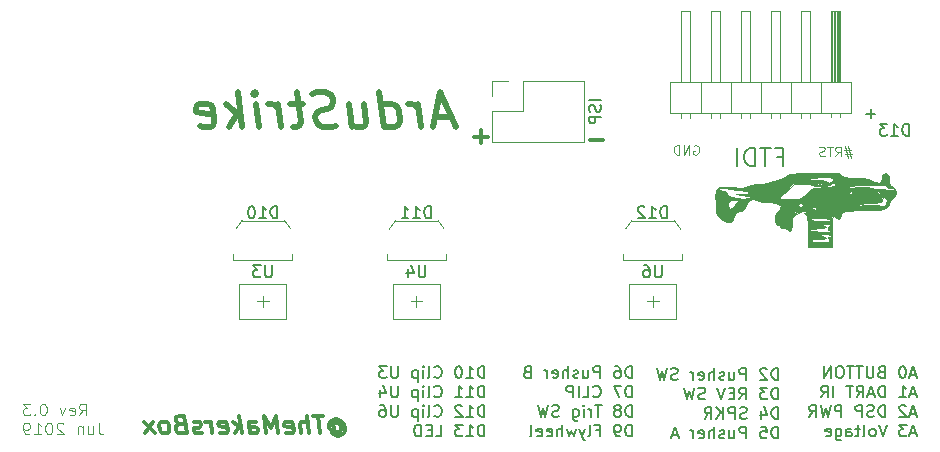
<source format=gbo>
G04 #@! TF.FileFunction,Legend,Bot*
%FSLAX46Y46*%
G04 Gerber Fmt 4.6, Leading zero omitted, Abs format (unit mm)*
G04 Created by KiCad (PCBNEW 4.0.7) date 06/15/19 11:15:53*
%MOMM*%
%LPD*%
G01*
G04 APERTURE LIST*
%ADD10C,0.100000*%
%ADD11C,0.300000*%
%ADD12C,0.150000*%
%ADD13C,0.200000*%
%ADD14C,0.500000*%
%ADD15C,0.120000*%
%ADD16C,0.010000*%
G04 APERTURE END LIST*
D10*
D11*
X182816428Y-98659143D02*
X181673571Y-98659143D01*
X173037428Y-98405143D02*
X171894571Y-98405143D01*
X172466000Y-98976571D02*
X172466000Y-97833714D01*
D10*
X203771333Y-99523571D02*
X203199904Y-99523571D01*
X203542762Y-99180714D02*
X203771333Y-100209286D01*
X203276095Y-99866429D02*
X203847524Y-99866429D01*
X203504666Y-100209286D02*
X203276095Y-99180714D01*
X202476095Y-100056905D02*
X202742762Y-99675952D01*
X202933238Y-100056905D02*
X202933238Y-99256905D01*
X202628476Y-99256905D01*
X202552285Y-99295000D01*
X202514190Y-99333095D01*
X202476095Y-99409286D01*
X202476095Y-99523571D01*
X202514190Y-99599762D01*
X202552285Y-99637857D01*
X202628476Y-99675952D01*
X202933238Y-99675952D01*
X202247524Y-99256905D02*
X201790381Y-99256905D01*
X202018952Y-100056905D02*
X202018952Y-99256905D01*
X201561809Y-100018810D02*
X201447523Y-100056905D01*
X201257047Y-100056905D01*
X201180857Y-100018810D01*
X201142761Y-99980714D01*
X201104666Y-99904524D01*
X201104666Y-99828333D01*
X201142761Y-99752143D01*
X201180857Y-99714048D01*
X201257047Y-99675952D01*
X201409428Y-99637857D01*
X201485619Y-99599762D01*
X201523714Y-99561667D01*
X201561809Y-99485476D01*
X201561809Y-99409286D01*
X201523714Y-99333095D01*
X201485619Y-99295000D01*
X201409428Y-99256905D01*
X201218952Y-99256905D01*
X201104666Y-99295000D01*
D12*
X172759905Y-118842381D02*
X172759905Y-117842381D01*
X172521810Y-117842381D01*
X172378952Y-117890000D01*
X172283714Y-117985238D01*
X172236095Y-118080476D01*
X172188476Y-118270952D01*
X172188476Y-118413810D01*
X172236095Y-118604286D01*
X172283714Y-118699524D01*
X172378952Y-118794762D01*
X172521810Y-118842381D01*
X172759905Y-118842381D01*
X171236095Y-118842381D02*
X171807524Y-118842381D01*
X171521810Y-118842381D02*
X171521810Y-117842381D01*
X171617048Y-117985238D01*
X171712286Y-118080476D01*
X171807524Y-118128095D01*
X170617048Y-117842381D02*
X170521809Y-117842381D01*
X170426571Y-117890000D01*
X170378952Y-117937619D01*
X170331333Y-118032857D01*
X170283714Y-118223333D01*
X170283714Y-118461429D01*
X170331333Y-118651905D01*
X170378952Y-118747143D01*
X170426571Y-118794762D01*
X170521809Y-118842381D01*
X170617048Y-118842381D01*
X170712286Y-118794762D01*
X170759905Y-118747143D01*
X170807524Y-118651905D01*
X170855143Y-118461429D01*
X170855143Y-118223333D01*
X170807524Y-118032857D01*
X170759905Y-117937619D01*
X170712286Y-117890000D01*
X170617048Y-117842381D01*
X168521809Y-118747143D02*
X168569428Y-118794762D01*
X168712285Y-118842381D01*
X168807523Y-118842381D01*
X168950381Y-118794762D01*
X169045619Y-118699524D01*
X169093238Y-118604286D01*
X169140857Y-118413810D01*
X169140857Y-118270952D01*
X169093238Y-118080476D01*
X169045619Y-117985238D01*
X168950381Y-117890000D01*
X168807523Y-117842381D01*
X168712285Y-117842381D01*
X168569428Y-117890000D01*
X168521809Y-117937619D01*
X167950381Y-118842381D02*
X168045619Y-118794762D01*
X168093238Y-118699524D01*
X168093238Y-117842381D01*
X167569428Y-118842381D02*
X167569428Y-118175714D01*
X167569428Y-117842381D02*
X167617047Y-117890000D01*
X167569428Y-117937619D01*
X167521809Y-117890000D01*
X167569428Y-117842381D01*
X167569428Y-117937619D01*
X167093238Y-118175714D02*
X167093238Y-119175714D01*
X167093238Y-118223333D02*
X166998000Y-118175714D01*
X166807523Y-118175714D01*
X166712285Y-118223333D01*
X166664666Y-118270952D01*
X166617047Y-118366190D01*
X166617047Y-118651905D01*
X166664666Y-118747143D01*
X166712285Y-118794762D01*
X166807523Y-118842381D01*
X166998000Y-118842381D01*
X167093238Y-118794762D01*
X165426571Y-117842381D02*
X165426571Y-118651905D01*
X165378952Y-118747143D01*
X165331333Y-118794762D01*
X165236095Y-118842381D01*
X165045618Y-118842381D01*
X164950380Y-118794762D01*
X164902761Y-118747143D01*
X164855142Y-118651905D01*
X164855142Y-117842381D01*
X164474190Y-117842381D02*
X163855142Y-117842381D01*
X164188476Y-118223333D01*
X164045618Y-118223333D01*
X163950380Y-118270952D01*
X163902761Y-118318571D01*
X163855142Y-118413810D01*
X163855142Y-118651905D01*
X163902761Y-118747143D01*
X163950380Y-118794762D01*
X164045618Y-118842381D01*
X164331333Y-118842381D01*
X164426571Y-118794762D01*
X164474190Y-118747143D01*
X172759905Y-120492381D02*
X172759905Y-119492381D01*
X172521810Y-119492381D01*
X172378952Y-119540000D01*
X172283714Y-119635238D01*
X172236095Y-119730476D01*
X172188476Y-119920952D01*
X172188476Y-120063810D01*
X172236095Y-120254286D01*
X172283714Y-120349524D01*
X172378952Y-120444762D01*
X172521810Y-120492381D01*
X172759905Y-120492381D01*
X171236095Y-120492381D02*
X171807524Y-120492381D01*
X171521810Y-120492381D02*
X171521810Y-119492381D01*
X171617048Y-119635238D01*
X171712286Y-119730476D01*
X171807524Y-119778095D01*
X170283714Y-120492381D02*
X170855143Y-120492381D01*
X170569429Y-120492381D02*
X170569429Y-119492381D01*
X170664667Y-119635238D01*
X170759905Y-119730476D01*
X170855143Y-119778095D01*
X168521809Y-120397143D02*
X168569428Y-120444762D01*
X168712285Y-120492381D01*
X168807523Y-120492381D01*
X168950381Y-120444762D01*
X169045619Y-120349524D01*
X169093238Y-120254286D01*
X169140857Y-120063810D01*
X169140857Y-119920952D01*
X169093238Y-119730476D01*
X169045619Y-119635238D01*
X168950381Y-119540000D01*
X168807523Y-119492381D01*
X168712285Y-119492381D01*
X168569428Y-119540000D01*
X168521809Y-119587619D01*
X167950381Y-120492381D02*
X168045619Y-120444762D01*
X168093238Y-120349524D01*
X168093238Y-119492381D01*
X167569428Y-120492381D02*
X167569428Y-119825714D01*
X167569428Y-119492381D02*
X167617047Y-119540000D01*
X167569428Y-119587619D01*
X167521809Y-119540000D01*
X167569428Y-119492381D01*
X167569428Y-119587619D01*
X167093238Y-119825714D02*
X167093238Y-120825714D01*
X167093238Y-119873333D02*
X166998000Y-119825714D01*
X166807523Y-119825714D01*
X166712285Y-119873333D01*
X166664666Y-119920952D01*
X166617047Y-120016190D01*
X166617047Y-120301905D01*
X166664666Y-120397143D01*
X166712285Y-120444762D01*
X166807523Y-120492381D01*
X166998000Y-120492381D01*
X167093238Y-120444762D01*
X165426571Y-119492381D02*
X165426571Y-120301905D01*
X165378952Y-120397143D01*
X165331333Y-120444762D01*
X165236095Y-120492381D01*
X165045618Y-120492381D01*
X164950380Y-120444762D01*
X164902761Y-120397143D01*
X164855142Y-120301905D01*
X164855142Y-119492381D01*
X163950380Y-119825714D02*
X163950380Y-120492381D01*
X164188476Y-119444762D02*
X164426571Y-120159048D01*
X163807523Y-120159048D01*
X172759905Y-122142381D02*
X172759905Y-121142381D01*
X172521810Y-121142381D01*
X172378952Y-121190000D01*
X172283714Y-121285238D01*
X172236095Y-121380476D01*
X172188476Y-121570952D01*
X172188476Y-121713810D01*
X172236095Y-121904286D01*
X172283714Y-121999524D01*
X172378952Y-122094762D01*
X172521810Y-122142381D01*
X172759905Y-122142381D01*
X171236095Y-122142381D02*
X171807524Y-122142381D01*
X171521810Y-122142381D02*
X171521810Y-121142381D01*
X171617048Y-121285238D01*
X171712286Y-121380476D01*
X171807524Y-121428095D01*
X170855143Y-121237619D02*
X170807524Y-121190000D01*
X170712286Y-121142381D01*
X170474190Y-121142381D01*
X170378952Y-121190000D01*
X170331333Y-121237619D01*
X170283714Y-121332857D01*
X170283714Y-121428095D01*
X170331333Y-121570952D01*
X170902762Y-122142381D01*
X170283714Y-122142381D01*
X168521809Y-122047143D02*
X168569428Y-122094762D01*
X168712285Y-122142381D01*
X168807523Y-122142381D01*
X168950381Y-122094762D01*
X169045619Y-121999524D01*
X169093238Y-121904286D01*
X169140857Y-121713810D01*
X169140857Y-121570952D01*
X169093238Y-121380476D01*
X169045619Y-121285238D01*
X168950381Y-121190000D01*
X168807523Y-121142381D01*
X168712285Y-121142381D01*
X168569428Y-121190000D01*
X168521809Y-121237619D01*
X167950381Y-122142381D02*
X168045619Y-122094762D01*
X168093238Y-121999524D01*
X168093238Y-121142381D01*
X167569428Y-122142381D02*
X167569428Y-121475714D01*
X167569428Y-121142381D02*
X167617047Y-121190000D01*
X167569428Y-121237619D01*
X167521809Y-121190000D01*
X167569428Y-121142381D01*
X167569428Y-121237619D01*
X167093238Y-121475714D02*
X167093238Y-122475714D01*
X167093238Y-121523333D02*
X166998000Y-121475714D01*
X166807523Y-121475714D01*
X166712285Y-121523333D01*
X166664666Y-121570952D01*
X166617047Y-121666190D01*
X166617047Y-121951905D01*
X166664666Y-122047143D01*
X166712285Y-122094762D01*
X166807523Y-122142381D01*
X166998000Y-122142381D01*
X167093238Y-122094762D01*
X165426571Y-121142381D02*
X165426571Y-121951905D01*
X165378952Y-122047143D01*
X165331333Y-122094762D01*
X165236095Y-122142381D01*
X165045618Y-122142381D01*
X164950380Y-122094762D01*
X164902761Y-122047143D01*
X164855142Y-121951905D01*
X164855142Y-121142381D01*
X163950380Y-121142381D02*
X164140857Y-121142381D01*
X164236095Y-121190000D01*
X164283714Y-121237619D01*
X164378952Y-121380476D01*
X164426571Y-121570952D01*
X164426571Y-121951905D01*
X164378952Y-122047143D01*
X164331333Y-122094762D01*
X164236095Y-122142381D01*
X164045618Y-122142381D01*
X163950380Y-122094762D01*
X163902761Y-122047143D01*
X163855142Y-121951905D01*
X163855142Y-121713810D01*
X163902761Y-121618571D01*
X163950380Y-121570952D01*
X164045618Y-121523333D01*
X164236095Y-121523333D01*
X164331333Y-121570952D01*
X164378952Y-121618571D01*
X164426571Y-121713810D01*
X172759905Y-123792381D02*
X172759905Y-122792381D01*
X172521810Y-122792381D01*
X172378952Y-122840000D01*
X172283714Y-122935238D01*
X172236095Y-123030476D01*
X172188476Y-123220952D01*
X172188476Y-123363810D01*
X172236095Y-123554286D01*
X172283714Y-123649524D01*
X172378952Y-123744762D01*
X172521810Y-123792381D01*
X172759905Y-123792381D01*
X171236095Y-123792381D02*
X171807524Y-123792381D01*
X171521810Y-123792381D02*
X171521810Y-122792381D01*
X171617048Y-122935238D01*
X171712286Y-123030476D01*
X171807524Y-123078095D01*
X170902762Y-122792381D02*
X170283714Y-122792381D01*
X170617048Y-123173333D01*
X170474190Y-123173333D01*
X170378952Y-123220952D01*
X170331333Y-123268571D01*
X170283714Y-123363810D01*
X170283714Y-123601905D01*
X170331333Y-123697143D01*
X170378952Y-123744762D01*
X170474190Y-123792381D01*
X170759905Y-123792381D01*
X170855143Y-123744762D01*
X170902762Y-123697143D01*
X168617047Y-123792381D02*
X169093238Y-123792381D01*
X169093238Y-122792381D01*
X168283714Y-123268571D02*
X167950380Y-123268571D01*
X167807523Y-123792381D02*
X168283714Y-123792381D01*
X168283714Y-122792381D01*
X167807523Y-122792381D01*
X167378952Y-123792381D02*
X167378952Y-122792381D01*
X167140857Y-122792381D01*
X166997999Y-122840000D01*
X166902761Y-122935238D01*
X166855142Y-123030476D01*
X166807523Y-123220952D01*
X166807523Y-123363810D01*
X166855142Y-123554286D01*
X166902761Y-123649524D01*
X166997999Y-123744762D01*
X167140857Y-123792381D01*
X167378952Y-123792381D01*
X185259905Y-118842381D02*
X185259905Y-117842381D01*
X185021810Y-117842381D01*
X184878952Y-117890000D01*
X184783714Y-117985238D01*
X184736095Y-118080476D01*
X184688476Y-118270952D01*
X184688476Y-118413810D01*
X184736095Y-118604286D01*
X184783714Y-118699524D01*
X184878952Y-118794762D01*
X185021810Y-118842381D01*
X185259905Y-118842381D01*
X183831333Y-117842381D02*
X184021810Y-117842381D01*
X184117048Y-117890000D01*
X184164667Y-117937619D01*
X184259905Y-118080476D01*
X184307524Y-118270952D01*
X184307524Y-118651905D01*
X184259905Y-118747143D01*
X184212286Y-118794762D01*
X184117048Y-118842381D01*
X183926571Y-118842381D01*
X183831333Y-118794762D01*
X183783714Y-118747143D01*
X183736095Y-118651905D01*
X183736095Y-118413810D01*
X183783714Y-118318571D01*
X183831333Y-118270952D01*
X183926571Y-118223333D01*
X184117048Y-118223333D01*
X184212286Y-118270952D01*
X184259905Y-118318571D01*
X184307524Y-118413810D01*
X182545619Y-118842381D02*
X182545619Y-117842381D01*
X182164666Y-117842381D01*
X182069428Y-117890000D01*
X182021809Y-117937619D01*
X181974190Y-118032857D01*
X181974190Y-118175714D01*
X182021809Y-118270952D01*
X182069428Y-118318571D01*
X182164666Y-118366190D01*
X182545619Y-118366190D01*
X181117047Y-118175714D02*
X181117047Y-118842381D01*
X181545619Y-118175714D02*
X181545619Y-118699524D01*
X181498000Y-118794762D01*
X181402762Y-118842381D01*
X181259904Y-118842381D01*
X181164666Y-118794762D01*
X181117047Y-118747143D01*
X180688476Y-118794762D02*
X180593238Y-118842381D01*
X180402762Y-118842381D01*
X180307523Y-118794762D01*
X180259904Y-118699524D01*
X180259904Y-118651905D01*
X180307523Y-118556667D01*
X180402762Y-118509048D01*
X180545619Y-118509048D01*
X180640857Y-118461429D01*
X180688476Y-118366190D01*
X180688476Y-118318571D01*
X180640857Y-118223333D01*
X180545619Y-118175714D01*
X180402762Y-118175714D01*
X180307523Y-118223333D01*
X179831333Y-118842381D02*
X179831333Y-117842381D01*
X179402761Y-118842381D02*
X179402761Y-118318571D01*
X179450380Y-118223333D01*
X179545618Y-118175714D01*
X179688476Y-118175714D01*
X179783714Y-118223333D01*
X179831333Y-118270952D01*
X178545618Y-118794762D02*
X178640856Y-118842381D01*
X178831333Y-118842381D01*
X178926571Y-118794762D01*
X178974190Y-118699524D01*
X178974190Y-118318571D01*
X178926571Y-118223333D01*
X178831333Y-118175714D01*
X178640856Y-118175714D01*
X178545618Y-118223333D01*
X178497999Y-118318571D01*
X178497999Y-118413810D01*
X178974190Y-118509048D01*
X178069428Y-118842381D02*
X178069428Y-118175714D01*
X178069428Y-118366190D02*
X178021809Y-118270952D01*
X177974190Y-118223333D01*
X177878952Y-118175714D01*
X177783713Y-118175714D01*
X176355141Y-118318571D02*
X176212284Y-118366190D01*
X176164665Y-118413810D01*
X176117046Y-118509048D01*
X176117046Y-118651905D01*
X176164665Y-118747143D01*
X176212284Y-118794762D01*
X176307522Y-118842381D01*
X176688475Y-118842381D01*
X176688475Y-117842381D01*
X176355141Y-117842381D01*
X176259903Y-117890000D01*
X176212284Y-117937619D01*
X176164665Y-118032857D01*
X176164665Y-118128095D01*
X176212284Y-118223333D01*
X176259903Y-118270952D01*
X176355141Y-118318571D01*
X176688475Y-118318571D01*
X185259905Y-120492381D02*
X185259905Y-119492381D01*
X185021810Y-119492381D01*
X184878952Y-119540000D01*
X184783714Y-119635238D01*
X184736095Y-119730476D01*
X184688476Y-119920952D01*
X184688476Y-120063810D01*
X184736095Y-120254286D01*
X184783714Y-120349524D01*
X184878952Y-120444762D01*
X185021810Y-120492381D01*
X185259905Y-120492381D01*
X184355143Y-119492381D02*
X183688476Y-119492381D01*
X184117048Y-120492381D01*
X181974190Y-120397143D02*
X182021809Y-120444762D01*
X182164666Y-120492381D01*
X182259904Y-120492381D01*
X182402762Y-120444762D01*
X182498000Y-120349524D01*
X182545619Y-120254286D01*
X182593238Y-120063810D01*
X182593238Y-119920952D01*
X182545619Y-119730476D01*
X182498000Y-119635238D01*
X182402762Y-119540000D01*
X182259904Y-119492381D01*
X182164666Y-119492381D01*
X182021809Y-119540000D01*
X181974190Y-119587619D01*
X181069428Y-120492381D02*
X181545619Y-120492381D01*
X181545619Y-119492381D01*
X180736095Y-120492381D02*
X180736095Y-119492381D01*
X180259905Y-120492381D02*
X180259905Y-119492381D01*
X179878952Y-119492381D01*
X179783714Y-119540000D01*
X179736095Y-119587619D01*
X179688476Y-119682857D01*
X179688476Y-119825714D01*
X179736095Y-119920952D01*
X179783714Y-119968571D01*
X179878952Y-120016190D01*
X180259905Y-120016190D01*
X185259905Y-122142381D02*
X185259905Y-121142381D01*
X185021810Y-121142381D01*
X184878952Y-121190000D01*
X184783714Y-121285238D01*
X184736095Y-121380476D01*
X184688476Y-121570952D01*
X184688476Y-121713810D01*
X184736095Y-121904286D01*
X184783714Y-121999524D01*
X184878952Y-122094762D01*
X185021810Y-122142381D01*
X185259905Y-122142381D01*
X184117048Y-121570952D02*
X184212286Y-121523333D01*
X184259905Y-121475714D01*
X184307524Y-121380476D01*
X184307524Y-121332857D01*
X184259905Y-121237619D01*
X184212286Y-121190000D01*
X184117048Y-121142381D01*
X183926571Y-121142381D01*
X183831333Y-121190000D01*
X183783714Y-121237619D01*
X183736095Y-121332857D01*
X183736095Y-121380476D01*
X183783714Y-121475714D01*
X183831333Y-121523333D01*
X183926571Y-121570952D01*
X184117048Y-121570952D01*
X184212286Y-121618571D01*
X184259905Y-121666190D01*
X184307524Y-121761429D01*
X184307524Y-121951905D01*
X184259905Y-122047143D01*
X184212286Y-122094762D01*
X184117048Y-122142381D01*
X183926571Y-122142381D01*
X183831333Y-122094762D01*
X183783714Y-122047143D01*
X183736095Y-121951905D01*
X183736095Y-121761429D01*
X183783714Y-121666190D01*
X183831333Y-121618571D01*
X183926571Y-121570952D01*
X182688476Y-121142381D02*
X182117047Y-121142381D01*
X182402762Y-122142381D02*
X182402762Y-121142381D01*
X181783714Y-122142381D02*
X181783714Y-121475714D01*
X181783714Y-121666190D02*
X181736095Y-121570952D01*
X181688476Y-121523333D01*
X181593238Y-121475714D01*
X181497999Y-121475714D01*
X181164666Y-122142381D02*
X181164666Y-121475714D01*
X181164666Y-121142381D02*
X181212285Y-121190000D01*
X181164666Y-121237619D01*
X181117047Y-121190000D01*
X181164666Y-121142381D01*
X181164666Y-121237619D01*
X180259904Y-121475714D02*
X180259904Y-122285238D01*
X180307523Y-122380476D01*
X180355142Y-122428095D01*
X180450381Y-122475714D01*
X180593238Y-122475714D01*
X180688476Y-122428095D01*
X180259904Y-122094762D02*
X180355142Y-122142381D01*
X180545619Y-122142381D01*
X180640857Y-122094762D01*
X180688476Y-122047143D01*
X180736095Y-121951905D01*
X180736095Y-121666190D01*
X180688476Y-121570952D01*
X180640857Y-121523333D01*
X180545619Y-121475714D01*
X180355142Y-121475714D01*
X180259904Y-121523333D01*
X179069428Y-122094762D02*
X178926571Y-122142381D01*
X178688475Y-122142381D01*
X178593237Y-122094762D01*
X178545618Y-122047143D01*
X178497999Y-121951905D01*
X178497999Y-121856667D01*
X178545618Y-121761429D01*
X178593237Y-121713810D01*
X178688475Y-121666190D01*
X178878952Y-121618571D01*
X178974190Y-121570952D01*
X179021809Y-121523333D01*
X179069428Y-121428095D01*
X179069428Y-121332857D01*
X179021809Y-121237619D01*
X178974190Y-121190000D01*
X178878952Y-121142381D01*
X178640856Y-121142381D01*
X178497999Y-121190000D01*
X178164666Y-121142381D02*
X177926571Y-122142381D01*
X177736094Y-121428095D01*
X177545618Y-122142381D01*
X177307523Y-121142381D01*
X185259905Y-123792381D02*
X185259905Y-122792381D01*
X185021810Y-122792381D01*
X184878952Y-122840000D01*
X184783714Y-122935238D01*
X184736095Y-123030476D01*
X184688476Y-123220952D01*
X184688476Y-123363810D01*
X184736095Y-123554286D01*
X184783714Y-123649524D01*
X184878952Y-123744762D01*
X185021810Y-123792381D01*
X185259905Y-123792381D01*
X184212286Y-123792381D02*
X184021810Y-123792381D01*
X183926571Y-123744762D01*
X183878952Y-123697143D01*
X183783714Y-123554286D01*
X183736095Y-123363810D01*
X183736095Y-122982857D01*
X183783714Y-122887619D01*
X183831333Y-122840000D01*
X183926571Y-122792381D01*
X184117048Y-122792381D01*
X184212286Y-122840000D01*
X184259905Y-122887619D01*
X184307524Y-122982857D01*
X184307524Y-123220952D01*
X184259905Y-123316190D01*
X184212286Y-123363810D01*
X184117048Y-123411429D01*
X183926571Y-123411429D01*
X183831333Y-123363810D01*
X183783714Y-123316190D01*
X183736095Y-123220952D01*
X182212285Y-123268571D02*
X182545619Y-123268571D01*
X182545619Y-123792381D02*
X182545619Y-122792381D01*
X182069428Y-122792381D01*
X181545619Y-123792381D02*
X181640857Y-123744762D01*
X181688476Y-123649524D01*
X181688476Y-122792381D01*
X181259904Y-123125714D02*
X181021809Y-123792381D01*
X180783713Y-123125714D02*
X181021809Y-123792381D01*
X181117047Y-124030476D01*
X181164666Y-124078095D01*
X181259904Y-124125714D01*
X180497999Y-123125714D02*
X180307523Y-123792381D01*
X180117046Y-123316190D01*
X179926570Y-123792381D01*
X179736094Y-123125714D01*
X179355142Y-123792381D02*
X179355142Y-122792381D01*
X178926570Y-123792381D02*
X178926570Y-123268571D01*
X178974189Y-123173333D01*
X179069427Y-123125714D01*
X179212285Y-123125714D01*
X179307523Y-123173333D01*
X179355142Y-123220952D01*
X178069427Y-123744762D02*
X178164665Y-123792381D01*
X178355142Y-123792381D01*
X178450380Y-123744762D01*
X178497999Y-123649524D01*
X178497999Y-123268571D01*
X178450380Y-123173333D01*
X178355142Y-123125714D01*
X178164665Y-123125714D01*
X178069427Y-123173333D01*
X178021808Y-123268571D01*
X178021808Y-123363810D01*
X178497999Y-123459048D01*
X177212284Y-123744762D02*
X177307522Y-123792381D01*
X177497999Y-123792381D01*
X177593237Y-123744762D01*
X177640856Y-123649524D01*
X177640856Y-123268571D01*
X177593237Y-123173333D01*
X177497999Y-123125714D01*
X177307522Y-123125714D01*
X177212284Y-123173333D01*
X177164665Y-123268571D01*
X177164665Y-123363810D01*
X177640856Y-123459048D01*
X176593237Y-123792381D02*
X176688475Y-123744762D01*
X176736094Y-123649524D01*
X176736094Y-122792381D01*
D13*
X205866952Y-96464429D02*
X205105047Y-96464429D01*
X205485999Y-96845381D02*
X205485999Y-96083476D01*
D12*
X208712286Y-98317381D02*
X208712286Y-97317381D01*
X208474191Y-97317381D01*
X208331333Y-97365000D01*
X208236095Y-97460238D01*
X208188476Y-97555476D01*
X208140857Y-97745952D01*
X208140857Y-97888810D01*
X208188476Y-98079286D01*
X208236095Y-98174524D01*
X208331333Y-98269762D01*
X208474191Y-98317381D01*
X208712286Y-98317381D01*
X207188476Y-98317381D02*
X207759905Y-98317381D01*
X207474191Y-98317381D02*
X207474191Y-97317381D01*
X207569429Y-97460238D01*
X207664667Y-97555476D01*
X207759905Y-97603095D01*
X206855143Y-97317381D02*
X206236095Y-97317381D01*
X206569429Y-97698333D01*
X206426571Y-97698333D01*
X206331333Y-97745952D01*
X206283714Y-97793571D01*
X206236095Y-97888810D01*
X206236095Y-98126905D01*
X206283714Y-98222143D01*
X206331333Y-98269762D01*
X206426571Y-98317381D01*
X206712286Y-98317381D01*
X206807524Y-98269762D01*
X206855143Y-98222143D01*
X188212286Y-105317381D02*
X188212286Y-104317381D01*
X187974191Y-104317381D01*
X187831333Y-104365000D01*
X187736095Y-104460238D01*
X187688476Y-104555476D01*
X187640857Y-104745952D01*
X187640857Y-104888810D01*
X187688476Y-105079286D01*
X187736095Y-105174524D01*
X187831333Y-105269762D01*
X187974191Y-105317381D01*
X188212286Y-105317381D01*
X186688476Y-105317381D02*
X187259905Y-105317381D01*
X186974191Y-105317381D02*
X186974191Y-104317381D01*
X187069429Y-104460238D01*
X187164667Y-104555476D01*
X187259905Y-104603095D01*
X186307524Y-104412619D02*
X186259905Y-104365000D01*
X186164667Y-104317381D01*
X185926571Y-104317381D01*
X185831333Y-104365000D01*
X185783714Y-104412619D01*
X185736095Y-104507857D01*
X185736095Y-104603095D01*
X185783714Y-104745952D01*
X186355143Y-105317381D01*
X185736095Y-105317381D01*
X168212286Y-105317381D02*
X168212286Y-104317381D01*
X167974191Y-104317381D01*
X167831333Y-104365000D01*
X167736095Y-104460238D01*
X167688476Y-104555476D01*
X167640857Y-104745952D01*
X167640857Y-104888810D01*
X167688476Y-105079286D01*
X167736095Y-105174524D01*
X167831333Y-105269762D01*
X167974191Y-105317381D01*
X168212286Y-105317381D01*
X166688476Y-105317381D02*
X167259905Y-105317381D01*
X166974191Y-105317381D02*
X166974191Y-104317381D01*
X167069429Y-104460238D01*
X167164667Y-104555476D01*
X167259905Y-104603095D01*
X165736095Y-105317381D02*
X166307524Y-105317381D01*
X166021810Y-105317381D02*
X166021810Y-104317381D01*
X166117048Y-104460238D01*
X166212286Y-104555476D01*
X166307524Y-104603095D01*
X155212286Y-105317381D02*
X155212286Y-104317381D01*
X154974191Y-104317381D01*
X154831333Y-104365000D01*
X154736095Y-104460238D01*
X154688476Y-104555476D01*
X154640857Y-104745952D01*
X154640857Y-104888810D01*
X154688476Y-105079286D01*
X154736095Y-105174524D01*
X154831333Y-105269762D01*
X154974191Y-105317381D01*
X155212286Y-105317381D01*
X153688476Y-105317381D02*
X154259905Y-105317381D01*
X153974191Y-105317381D02*
X153974191Y-104317381D01*
X154069429Y-104460238D01*
X154164667Y-104555476D01*
X154259905Y-104603095D01*
X153069429Y-104317381D02*
X152974190Y-104317381D01*
X152878952Y-104365000D01*
X152831333Y-104412619D01*
X152783714Y-104507857D01*
X152736095Y-104698333D01*
X152736095Y-104936429D01*
X152783714Y-105126905D01*
X152831333Y-105222143D01*
X152878952Y-105269762D01*
X152974190Y-105317381D01*
X153069429Y-105317381D01*
X153164667Y-105269762D01*
X153212286Y-105222143D01*
X153259905Y-105126905D01*
X153307524Y-104936429D01*
X153307524Y-104698333D01*
X153259905Y-104507857D01*
X153212286Y-104412619D01*
X153164667Y-104365000D01*
X153069429Y-104317381D01*
X197627905Y-119008381D02*
X197627905Y-118008381D01*
X197389810Y-118008381D01*
X197246952Y-118056000D01*
X197151714Y-118151238D01*
X197104095Y-118246476D01*
X197056476Y-118436952D01*
X197056476Y-118579810D01*
X197104095Y-118770286D01*
X197151714Y-118865524D01*
X197246952Y-118960762D01*
X197389810Y-119008381D01*
X197627905Y-119008381D01*
X196675524Y-118103619D02*
X196627905Y-118056000D01*
X196532667Y-118008381D01*
X196294571Y-118008381D01*
X196199333Y-118056000D01*
X196151714Y-118103619D01*
X196104095Y-118198857D01*
X196104095Y-118294095D01*
X196151714Y-118436952D01*
X196723143Y-119008381D01*
X196104095Y-119008381D01*
X194913619Y-119008381D02*
X194913619Y-118008381D01*
X194532666Y-118008381D01*
X194437428Y-118056000D01*
X194389809Y-118103619D01*
X194342190Y-118198857D01*
X194342190Y-118341714D01*
X194389809Y-118436952D01*
X194437428Y-118484571D01*
X194532666Y-118532190D01*
X194913619Y-118532190D01*
X193485047Y-118341714D02*
X193485047Y-119008381D01*
X193913619Y-118341714D02*
X193913619Y-118865524D01*
X193866000Y-118960762D01*
X193770762Y-119008381D01*
X193627904Y-119008381D01*
X193532666Y-118960762D01*
X193485047Y-118913143D01*
X193056476Y-118960762D02*
X192961238Y-119008381D01*
X192770762Y-119008381D01*
X192675523Y-118960762D01*
X192627904Y-118865524D01*
X192627904Y-118817905D01*
X192675523Y-118722667D01*
X192770762Y-118675048D01*
X192913619Y-118675048D01*
X193008857Y-118627429D01*
X193056476Y-118532190D01*
X193056476Y-118484571D01*
X193008857Y-118389333D01*
X192913619Y-118341714D01*
X192770762Y-118341714D01*
X192675523Y-118389333D01*
X192199333Y-119008381D02*
X192199333Y-118008381D01*
X191770761Y-119008381D02*
X191770761Y-118484571D01*
X191818380Y-118389333D01*
X191913618Y-118341714D01*
X192056476Y-118341714D01*
X192151714Y-118389333D01*
X192199333Y-118436952D01*
X190913618Y-118960762D02*
X191008856Y-119008381D01*
X191199333Y-119008381D01*
X191294571Y-118960762D01*
X191342190Y-118865524D01*
X191342190Y-118484571D01*
X191294571Y-118389333D01*
X191199333Y-118341714D01*
X191008856Y-118341714D01*
X190913618Y-118389333D01*
X190865999Y-118484571D01*
X190865999Y-118579810D01*
X191342190Y-118675048D01*
X190437428Y-119008381D02*
X190437428Y-118341714D01*
X190437428Y-118532190D02*
X190389809Y-118436952D01*
X190342190Y-118389333D01*
X190246952Y-118341714D01*
X190151713Y-118341714D01*
X189104094Y-118960762D02*
X188961237Y-119008381D01*
X188723141Y-119008381D01*
X188627903Y-118960762D01*
X188580284Y-118913143D01*
X188532665Y-118817905D01*
X188532665Y-118722667D01*
X188580284Y-118627429D01*
X188627903Y-118579810D01*
X188723141Y-118532190D01*
X188913618Y-118484571D01*
X189008856Y-118436952D01*
X189056475Y-118389333D01*
X189104094Y-118294095D01*
X189104094Y-118198857D01*
X189056475Y-118103619D01*
X189008856Y-118056000D01*
X188913618Y-118008381D01*
X188675522Y-118008381D01*
X188532665Y-118056000D01*
X188199332Y-118008381D02*
X187961237Y-119008381D01*
X187770760Y-118294095D01*
X187580284Y-119008381D01*
X187342189Y-118008381D01*
X197627905Y-120658381D02*
X197627905Y-119658381D01*
X197389810Y-119658381D01*
X197246952Y-119706000D01*
X197151714Y-119801238D01*
X197104095Y-119896476D01*
X197056476Y-120086952D01*
X197056476Y-120229810D01*
X197104095Y-120420286D01*
X197151714Y-120515524D01*
X197246952Y-120610762D01*
X197389810Y-120658381D01*
X197627905Y-120658381D01*
X196723143Y-119658381D02*
X196104095Y-119658381D01*
X196437429Y-120039333D01*
X196294571Y-120039333D01*
X196199333Y-120086952D01*
X196151714Y-120134571D01*
X196104095Y-120229810D01*
X196104095Y-120467905D01*
X196151714Y-120563143D01*
X196199333Y-120610762D01*
X196294571Y-120658381D01*
X196580286Y-120658381D01*
X196675524Y-120610762D01*
X196723143Y-120563143D01*
X194342190Y-120658381D02*
X194675524Y-120182190D01*
X194913619Y-120658381D02*
X194913619Y-119658381D01*
X194532666Y-119658381D01*
X194437428Y-119706000D01*
X194389809Y-119753619D01*
X194342190Y-119848857D01*
X194342190Y-119991714D01*
X194389809Y-120086952D01*
X194437428Y-120134571D01*
X194532666Y-120182190D01*
X194913619Y-120182190D01*
X193913619Y-120134571D02*
X193580285Y-120134571D01*
X193437428Y-120658381D02*
X193913619Y-120658381D01*
X193913619Y-119658381D01*
X193437428Y-119658381D01*
X193151714Y-119658381D02*
X192818381Y-120658381D01*
X192485047Y-119658381D01*
X191437428Y-120610762D02*
X191294571Y-120658381D01*
X191056475Y-120658381D01*
X190961237Y-120610762D01*
X190913618Y-120563143D01*
X190865999Y-120467905D01*
X190865999Y-120372667D01*
X190913618Y-120277429D01*
X190961237Y-120229810D01*
X191056475Y-120182190D01*
X191246952Y-120134571D01*
X191342190Y-120086952D01*
X191389809Y-120039333D01*
X191437428Y-119944095D01*
X191437428Y-119848857D01*
X191389809Y-119753619D01*
X191342190Y-119706000D01*
X191246952Y-119658381D01*
X191008856Y-119658381D01*
X190865999Y-119706000D01*
X190532666Y-119658381D02*
X190294571Y-120658381D01*
X190104094Y-119944095D01*
X189913618Y-120658381D01*
X189675523Y-119658381D01*
X197627905Y-122308381D02*
X197627905Y-121308381D01*
X197389810Y-121308381D01*
X197246952Y-121356000D01*
X197151714Y-121451238D01*
X197104095Y-121546476D01*
X197056476Y-121736952D01*
X197056476Y-121879810D01*
X197104095Y-122070286D01*
X197151714Y-122165524D01*
X197246952Y-122260762D01*
X197389810Y-122308381D01*
X197627905Y-122308381D01*
X196199333Y-121641714D02*
X196199333Y-122308381D01*
X196437429Y-121260762D02*
X196675524Y-121975048D01*
X196056476Y-121975048D01*
X194961238Y-122260762D02*
X194818381Y-122308381D01*
X194580285Y-122308381D01*
X194485047Y-122260762D01*
X194437428Y-122213143D01*
X194389809Y-122117905D01*
X194389809Y-122022667D01*
X194437428Y-121927429D01*
X194485047Y-121879810D01*
X194580285Y-121832190D01*
X194770762Y-121784571D01*
X194866000Y-121736952D01*
X194913619Y-121689333D01*
X194961238Y-121594095D01*
X194961238Y-121498857D01*
X194913619Y-121403619D01*
X194866000Y-121356000D01*
X194770762Y-121308381D01*
X194532666Y-121308381D01*
X194389809Y-121356000D01*
X193961238Y-122308381D02*
X193961238Y-121308381D01*
X193580285Y-121308381D01*
X193485047Y-121356000D01*
X193437428Y-121403619D01*
X193389809Y-121498857D01*
X193389809Y-121641714D01*
X193437428Y-121736952D01*
X193485047Y-121784571D01*
X193580285Y-121832190D01*
X193961238Y-121832190D01*
X192961238Y-122308381D02*
X192961238Y-121308381D01*
X192389809Y-122308381D02*
X192818381Y-121736952D01*
X192389809Y-121308381D02*
X192961238Y-121879810D01*
X191389809Y-122308381D02*
X191723143Y-121832190D01*
X191961238Y-122308381D02*
X191961238Y-121308381D01*
X191580285Y-121308381D01*
X191485047Y-121356000D01*
X191437428Y-121403619D01*
X191389809Y-121498857D01*
X191389809Y-121641714D01*
X191437428Y-121736952D01*
X191485047Y-121784571D01*
X191580285Y-121832190D01*
X191961238Y-121832190D01*
X197627905Y-123958381D02*
X197627905Y-122958381D01*
X197389810Y-122958381D01*
X197246952Y-123006000D01*
X197151714Y-123101238D01*
X197104095Y-123196476D01*
X197056476Y-123386952D01*
X197056476Y-123529810D01*
X197104095Y-123720286D01*
X197151714Y-123815524D01*
X197246952Y-123910762D01*
X197389810Y-123958381D01*
X197627905Y-123958381D01*
X196151714Y-122958381D02*
X196627905Y-122958381D01*
X196675524Y-123434571D01*
X196627905Y-123386952D01*
X196532667Y-123339333D01*
X196294571Y-123339333D01*
X196199333Y-123386952D01*
X196151714Y-123434571D01*
X196104095Y-123529810D01*
X196104095Y-123767905D01*
X196151714Y-123863143D01*
X196199333Y-123910762D01*
X196294571Y-123958381D01*
X196532667Y-123958381D01*
X196627905Y-123910762D01*
X196675524Y-123863143D01*
X194913619Y-123958381D02*
X194913619Y-122958381D01*
X194532666Y-122958381D01*
X194437428Y-123006000D01*
X194389809Y-123053619D01*
X194342190Y-123148857D01*
X194342190Y-123291714D01*
X194389809Y-123386952D01*
X194437428Y-123434571D01*
X194532666Y-123482190D01*
X194913619Y-123482190D01*
X193485047Y-123291714D02*
X193485047Y-123958381D01*
X193913619Y-123291714D02*
X193913619Y-123815524D01*
X193866000Y-123910762D01*
X193770762Y-123958381D01*
X193627904Y-123958381D01*
X193532666Y-123910762D01*
X193485047Y-123863143D01*
X193056476Y-123910762D02*
X192961238Y-123958381D01*
X192770762Y-123958381D01*
X192675523Y-123910762D01*
X192627904Y-123815524D01*
X192627904Y-123767905D01*
X192675523Y-123672667D01*
X192770762Y-123625048D01*
X192913619Y-123625048D01*
X193008857Y-123577429D01*
X193056476Y-123482190D01*
X193056476Y-123434571D01*
X193008857Y-123339333D01*
X192913619Y-123291714D01*
X192770762Y-123291714D01*
X192675523Y-123339333D01*
X192199333Y-123958381D02*
X192199333Y-122958381D01*
X191770761Y-123958381D02*
X191770761Y-123434571D01*
X191818380Y-123339333D01*
X191913618Y-123291714D01*
X192056476Y-123291714D01*
X192151714Y-123339333D01*
X192199333Y-123386952D01*
X190913618Y-123910762D02*
X191008856Y-123958381D01*
X191199333Y-123958381D01*
X191294571Y-123910762D01*
X191342190Y-123815524D01*
X191342190Y-123434571D01*
X191294571Y-123339333D01*
X191199333Y-123291714D01*
X191008856Y-123291714D01*
X190913618Y-123339333D01*
X190865999Y-123434571D01*
X190865999Y-123529810D01*
X191342190Y-123625048D01*
X190437428Y-123958381D02*
X190437428Y-123291714D01*
X190437428Y-123482190D02*
X190389809Y-123386952D01*
X190342190Y-123339333D01*
X190246952Y-123291714D01*
X190151713Y-123291714D01*
X189104094Y-123672667D02*
X188627903Y-123672667D01*
X189199332Y-123958381D02*
X188865999Y-122958381D01*
X188532665Y-123958381D01*
X209307524Y-118556667D02*
X208831333Y-118556667D01*
X209402762Y-118842381D02*
X209069429Y-117842381D01*
X208736095Y-118842381D01*
X208212286Y-117842381D02*
X208117047Y-117842381D01*
X208021809Y-117890000D01*
X207974190Y-117937619D01*
X207926571Y-118032857D01*
X207878952Y-118223333D01*
X207878952Y-118461429D01*
X207926571Y-118651905D01*
X207974190Y-118747143D01*
X208021809Y-118794762D01*
X208117047Y-118842381D01*
X208212286Y-118842381D01*
X208307524Y-118794762D01*
X208355143Y-118747143D01*
X208402762Y-118651905D01*
X208450381Y-118461429D01*
X208450381Y-118223333D01*
X208402762Y-118032857D01*
X208355143Y-117937619D01*
X208307524Y-117890000D01*
X208212286Y-117842381D01*
X206355142Y-118318571D02*
X206212285Y-118366190D01*
X206164666Y-118413810D01*
X206117047Y-118509048D01*
X206117047Y-118651905D01*
X206164666Y-118747143D01*
X206212285Y-118794762D01*
X206307523Y-118842381D01*
X206688476Y-118842381D01*
X206688476Y-117842381D01*
X206355142Y-117842381D01*
X206259904Y-117890000D01*
X206212285Y-117937619D01*
X206164666Y-118032857D01*
X206164666Y-118128095D01*
X206212285Y-118223333D01*
X206259904Y-118270952D01*
X206355142Y-118318571D01*
X206688476Y-118318571D01*
X205688476Y-117842381D02*
X205688476Y-118651905D01*
X205640857Y-118747143D01*
X205593238Y-118794762D01*
X205498000Y-118842381D01*
X205307523Y-118842381D01*
X205212285Y-118794762D01*
X205164666Y-118747143D01*
X205117047Y-118651905D01*
X205117047Y-117842381D01*
X204783714Y-117842381D02*
X204212285Y-117842381D01*
X204498000Y-118842381D02*
X204498000Y-117842381D01*
X204021809Y-117842381D02*
X203450380Y-117842381D01*
X203736095Y-118842381D02*
X203736095Y-117842381D01*
X202926571Y-117842381D02*
X202736094Y-117842381D01*
X202640856Y-117890000D01*
X202545618Y-117985238D01*
X202497999Y-118175714D01*
X202497999Y-118509048D01*
X202545618Y-118699524D01*
X202640856Y-118794762D01*
X202736094Y-118842381D01*
X202926571Y-118842381D01*
X203021809Y-118794762D01*
X203117047Y-118699524D01*
X203164666Y-118509048D01*
X203164666Y-118175714D01*
X203117047Y-117985238D01*
X203021809Y-117890000D01*
X202926571Y-117842381D01*
X202069428Y-118842381D02*
X202069428Y-117842381D01*
X201497999Y-118842381D01*
X201497999Y-117842381D01*
X209307524Y-120206667D02*
X208831333Y-120206667D01*
X209402762Y-120492381D02*
X209069429Y-119492381D01*
X208736095Y-120492381D01*
X207878952Y-120492381D02*
X208450381Y-120492381D01*
X208164667Y-120492381D02*
X208164667Y-119492381D01*
X208259905Y-119635238D01*
X208355143Y-119730476D01*
X208450381Y-119778095D01*
X206688476Y-120492381D02*
X206688476Y-119492381D01*
X206450381Y-119492381D01*
X206307523Y-119540000D01*
X206212285Y-119635238D01*
X206164666Y-119730476D01*
X206117047Y-119920952D01*
X206117047Y-120063810D01*
X206164666Y-120254286D01*
X206212285Y-120349524D01*
X206307523Y-120444762D01*
X206450381Y-120492381D01*
X206688476Y-120492381D01*
X205736095Y-120206667D02*
X205259904Y-120206667D01*
X205831333Y-120492381D02*
X205498000Y-119492381D01*
X205164666Y-120492381D01*
X204259904Y-120492381D02*
X204593238Y-120016190D01*
X204831333Y-120492381D02*
X204831333Y-119492381D01*
X204450380Y-119492381D01*
X204355142Y-119540000D01*
X204307523Y-119587619D01*
X204259904Y-119682857D01*
X204259904Y-119825714D01*
X204307523Y-119920952D01*
X204355142Y-119968571D01*
X204450380Y-120016190D01*
X204831333Y-120016190D01*
X203974190Y-119492381D02*
X203402761Y-119492381D01*
X203688476Y-120492381D02*
X203688476Y-119492381D01*
X202307523Y-120492381D02*
X202307523Y-119492381D01*
X201259904Y-120492381D02*
X201593238Y-120016190D01*
X201831333Y-120492381D02*
X201831333Y-119492381D01*
X201450380Y-119492381D01*
X201355142Y-119540000D01*
X201307523Y-119587619D01*
X201259904Y-119682857D01*
X201259904Y-119825714D01*
X201307523Y-119920952D01*
X201355142Y-119968571D01*
X201450380Y-120016190D01*
X201831333Y-120016190D01*
X209307524Y-121856667D02*
X208831333Y-121856667D01*
X209402762Y-122142381D02*
X209069429Y-121142381D01*
X208736095Y-122142381D01*
X208450381Y-121237619D02*
X208402762Y-121190000D01*
X208307524Y-121142381D01*
X208069428Y-121142381D01*
X207974190Y-121190000D01*
X207926571Y-121237619D01*
X207878952Y-121332857D01*
X207878952Y-121428095D01*
X207926571Y-121570952D01*
X208498000Y-122142381D01*
X207878952Y-122142381D01*
X206688476Y-122142381D02*
X206688476Y-121142381D01*
X206450381Y-121142381D01*
X206307523Y-121190000D01*
X206212285Y-121285238D01*
X206164666Y-121380476D01*
X206117047Y-121570952D01*
X206117047Y-121713810D01*
X206164666Y-121904286D01*
X206212285Y-121999524D01*
X206307523Y-122094762D01*
X206450381Y-122142381D01*
X206688476Y-122142381D01*
X205736095Y-122094762D02*
X205593238Y-122142381D01*
X205355142Y-122142381D01*
X205259904Y-122094762D01*
X205212285Y-122047143D01*
X205164666Y-121951905D01*
X205164666Y-121856667D01*
X205212285Y-121761429D01*
X205259904Y-121713810D01*
X205355142Y-121666190D01*
X205545619Y-121618571D01*
X205640857Y-121570952D01*
X205688476Y-121523333D01*
X205736095Y-121428095D01*
X205736095Y-121332857D01*
X205688476Y-121237619D01*
X205640857Y-121190000D01*
X205545619Y-121142381D01*
X205307523Y-121142381D01*
X205164666Y-121190000D01*
X204736095Y-122142381D02*
X204736095Y-121142381D01*
X204355142Y-121142381D01*
X204259904Y-121190000D01*
X204212285Y-121237619D01*
X204164666Y-121332857D01*
X204164666Y-121475714D01*
X204212285Y-121570952D01*
X204259904Y-121618571D01*
X204355142Y-121666190D01*
X204736095Y-121666190D01*
X202974190Y-122142381D02*
X202974190Y-121142381D01*
X202593237Y-121142381D01*
X202497999Y-121190000D01*
X202450380Y-121237619D01*
X202402761Y-121332857D01*
X202402761Y-121475714D01*
X202450380Y-121570952D01*
X202497999Y-121618571D01*
X202593237Y-121666190D01*
X202974190Y-121666190D01*
X202069428Y-121142381D02*
X201831333Y-122142381D01*
X201640856Y-121428095D01*
X201450380Y-122142381D01*
X201212285Y-121142381D01*
X200259904Y-122142381D02*
X200593238Y-121666190D01*
X200831333Y-122142381D02*
X200831333Y-121142381D01*
X200450380Y-121142381D01*
X200355142Y-121190000D01*
X200307523Y-121237619D01*
X200259904Y-121332857D01*
X200259904Y-121475714D01*
X200307523Y-121570952D01*
X200355142Y-121618571D01*
X200450380Y-121666190D01*
X200831333Y-121666190D01*
X209307524Y-123506667D02*
X208831333Y-123506667D01*
X209402762Y-123792381D02*
X209069429Y-122792381D01*
X208736095Y-123792381D01*
X208498000Y-122792381D02*
X207878952Y-122792381D01*
X208212286Y-123173333D01*
X208069428Y-123173333D01*
X207974190Y-123220952D01*
X207926571Y-123268571D01*
X207878952Y-123363810D01*
X207878952Y-123601905D01*
X207926571Y-123697143D01*
X207974190Y-123744762D01*
X208069428Y-123792381D01*
X208355143Y-123792381D01*
X208450381Y-123744762D01*
X208498000Y-123697143D01*
X206831333Y-122792381D02*
X206498000Y-123792381D01*
X206164666Y-122792381D01*
X205688476Y-123792381D02*
X205783714Y-123744762D01*
X205831333Y-123697143D01*
X205878952Y-123601905D01*
X205878952Y-123316190D01*
X205831333Y-123220952D01*
X205783714Y-123173333D01*
X205688476Y-123125714D01*
X205545618Y-123125714D01*
X205450380Y-123173333D01*
X205402761Y-123220952D01*
X205355142Y-123316190D01*
X205355142Y-123601905D01*
X205402761Y-123697143D01*
X205450380Y-123744762D01*
X205545618Y-123792381D01*
X205688476Y-123792381D01*
X204783714Y-123792381D02*
X204878952Y-123744762D01*
X204926571Y-123649524D01*
X204926571Y-122792381D01*
X204545618Y-123125714D02*
X204164666Y-123125714D01*
X204402761Y-122792381D02*
X204402761Y-123649524D01*
X204355142Y-123744762D01*
X204259904Y-123792381D01*
X204164666Y-123792381D01*
X203402760Y-123792381D02*
X203402760Y-123268571D01*
X203450379Y-123173333D01*
X203545617Y-123125714D01*
X203736094Y-123125714D01*
X203831332Y-123173333D01*
X203402760Y-123744762D02*
X203497998Y-123792381D01*
X203736094Y-123792381D01*
X203831332Y-123744762D01*
X203878951Y-123649524D01*
X203878951Y-123554286D01*
X203831332Y-123459048D01*
X203736094Y-123411429D01*
X203497998Y-123411429D01*
X203402760Y-123363810D01*
X202497998Y-123125714D02*
X202497998Y-123935238D01*
X202545617Y-124030476D01*
X202593236Y-124078095D01*
X202688475Y-124125714D01*
X202831332Y-124125714D01*
X202926570Y-124078095D01*
X202497998Y-123744762D02*
X202593236Y-123792381D01*
X202783713Y-123792381D01*
X202878951Y-123744762D01*
X202926570Y-123697143D01*
X202974189Y-123601905D01*
X202974189Y-123316190D01*
X202926570Y-123220952D01*
X202878951Y-123173333D01*
X202783713Y-123125714D01*
X202593236Y-123125714D01*
X202497998Y-123173333D01*
X201640855Y-123744762D02*
X201736093Y-123792381D01*
X201926570Y-123792381D01*
X202021808Y-123744762D01*
X202069427Y-123649524D01*
X202069427Y-123268571D01*
X202021808Y-123173333D01*
X201926570Y-123125714D01*
X201736093Y-123125714D01*
X201640855Y-123173333D01*
X201593236Y-123268571D01*
X201593236Y-123363810D01*
X202069427Y-123459048D01*
D13*
X197552285Y-100095857D02*
X198052285Y-100095857D01*
X198052285Y-100881571D02*
X198052285Y-99381571D01*
X197337999Y-99381571D01*
X196980857Y-99381571D02*
X196123714Y-99381571D01*
X196552285Y-100881571D02*
X196552285Y-99381571D01*
X195623714Y-100881571D02*
X195623714Y-99381571D01*
X195266571Y-99381571D01*
X195052286Y-99453000D01*
X194909428Y-99595857D01*
X194838000Y-99738714D01*
X194766571Y-100024429D01*
X194766571Y-100238714D01*
X194838000Y-100524429D01*
X194909428Y-100667286D01*
X195052286Y-100810143D01*
X195266571Y-100881571D01*
X195623714Y-100881571D01*
X194123714Y-100881571D02*
X194123714Y-99381571D01*
D10*
X190474523Y-99168000D02*
X190550714Y-99129905D01*
X190664999Y-99129905D01*
X190779285Y-99168000D01*
X190855476Y-99244190D01*
X190893571Y-99320381D01*
X190931666Y-99472762D01*
X190931666Y-99587048D01*
X190893571Y-99739429D01*
X190855476Y-99815619D01*
X190779285Y-99891810D01*
X190664999Y-99929905D01*
X190588809Y-99929905D01*
X190474523Y-99891810D01*
X190436428Y-99853714D01*
X190436428Y-99587048D01*
X190588809Y-99587048D01*
X190093571Y-99929905D02*
X190093571Y-99129905D01*
X189636428Y-99929905D01*
X189636428Y-99129905D01*
X189255476Y-99929905D02*
X189255476Y-99129905D01*
X189065000Y-99129905D01*
X188950714Y-99168000D01*
X188874523Y-99244190D01*
X188836428Y-99320381D01*
X188798333Y-99472762D01*
X188798333Y-99587048D01*
X188836428Y-99739429D01*
X188874523Y-99815619D01*
X188950714Y-99891810D01*
X189065000Y-99929905D01*
X189255476Y-99929905D01*
D11*
X159957822Y-122829286D02*
X160020321Y-122757857D01*
X160154250Y-122686429D01*
X160297108Y-122686429D01*
X160448893Y-122757857D01*
X160529250Y-122829286D01*
X160618536Y-122972143D01*
X160636393Y-123115000D01*
X160582821Y-123257857D01*
X160520322Y-123329286D01*
X160386393Y-123400714D01*
X160243535Y-123400714D01*
X160091750Y-123329286D01*
X160011393Y-123257857D01*
X159939965Y-122686429D02*
X160011393Y-123257857D01*
X159948893Y-123329286D01*
X159877465Y-123329286D01*
X159725678Y-123257857D01*
X159636393Y-123115000D01*
X159591750Y-122757857D01*
X159707821Y-122543571D01*
X159904250Y-122400714D01*
X160181036Y-122329286D01*
X160475678Y-122400714D01*
X160707821Y-122543571D01*
X160877464Y-122757857D01*
X160984607Y-123043571D01*
X160948893Y-123329286D01*
X160832821Y-123543571D01*
X160636393Y-123686429D01*
X160359607Y-123757857D01*
X160064965Y-123686429D01*
X159832821Y-123543571D01*
X159073893Y-122043571D02*
X158216750Y-122043571D01*
X158832821Y-123543571D02*
X158645321Y-122043571D01*
X157904250Y-123543571D02*
X157716750Y-122043571D01*
X157261393Y-123543571D02*
X157163179Y-122757857D01*
X157216751Y-122615000D01*
X157350679Y-122543571D01*
X157564964Y-122543571D01*
X157716751Y-122615000D01*
X157797108Y-122686429D01*
X155966751Y-123472143D02*
X156118536Y-123543571D01*
X156404250Y-123543571D01*
X156538179Y-123472143D01*
X156591751Y-123329286D01*
X156520322Y-122757857D01*
X156431036Y-122615000D01*
X156279250Y-122543571D01*
X155993536Y-122543571D01*
X155859608Y-122615000D01*
X155806036Y-122757857D01*
X155823893Y-122900714D01*
X156556036Y-123043571D01*
X155261393Y-123543571D02*
X155073893Y-122043571D01*
X154707822Y-123115000D01*
X154073893Y-122043571D01*
X154261393Y-123543571D01*
X152904250Y-123543571D02*
X152806036Y-122757857D01*
X152859608Y-122615000D01*
X152993536Y-122543571D01*
X153279250Y-122543571D01*
X153431036Y-122615000D01*
X152895322Y-123472143D02*
X153047107Y-123543571D01*
X153404250Y-123543571D01*
X153538179Y-123472143D01*
X153591751Y-123329286D01*
X153573894Y-123186429D01*
X153484607Y-123043571D01*
X153332822Y-122972143D01*
X152975679Y-122972143D01*
X152823893Y-122900714D01*
X152189964Y-123543571D02*
X152002464Y-122043571D01*
X151975679Y-122972143D02*
X151618536Y-123543571D01*
X151493536Y-122543571D02*
X152136393Y-123115000D01*
X150395322Y-123472143D02*
X150547107Y-123543571D01*
X150832821Y-123543571D01*
X150966750Y-123472143D01*
X151020322Y-123329286D01*
X150948893Y-122757857D01*
X150859607Y-122615000D01*
X150707821Y-122543571D01*
X150422107Y-122543571D01*
X150288179Y-122615000D01*
X150234607Y-122757857D01*
X150252464Y-122900714D01*
X150984607Y-123043571D01*
X149689964Y-123543571D02*
X149564964Y-122543571D01*
X149600679Y-122829286D02*
X149511394Y-122686429D01*
X149431036Y-122615000D01*
X149279250Y-122543571D01*
X149136393Y-122543571D01*
X148823894Y-123472143D02*
X148689965Y-123543571D01*
X148404250Y-123543571D01*
X148252465Y-123472143D01*
X148163180Y-123329286D01*
X148154251Y-123257857D01*
X148207822Y-123115000D01*
X148341750Y-123043571D01*
X148556036Y-123043571D01*
X148689965Y-122972143D01*
X148743537Y-122829286D01*
X148734608Y-122757857D01*
X148645322Y-122615000D01*
X148493536Y-122543571D01*
X148279250Y-122543571D01*
X148145322Y-122615000D01*
X146948893Y-122757857D02*
X146743536Y-122829286D01*
X146681036Y-122900714D01*
X146627464Y-123043571D01*
X146654250Y-123257857D01*
X146743536Y-123400714D01*
X146823893Y-123472143D01*
X146975679Y-123543571D01*
X147547107Y-123543571D01*
X147359607Y-122043571D01*
X146859607Y-122043571D01*
X146725679Y-122115000D01*
X146663179Y-122186429D01*
X146609608Y-122329286D01*
X146627465Y-122472143D01*
X146716750Y-122615000D01*
X146797108Y-122686429D01*
X146948893Y-122757857D01*
X147448893Y-122757857D01*
X145832821Y-123543571D02*
X145966751Y-123472143D01*
X146029250Y-123400714D01*
X146082822Y-123257857D01*
X146029251Y-122829286D01*
X145939965Y-122686429D01*
X145859608Y-122615000D01*
X145707821Y-122543571D01*
X145493536Y-122543571D01*
X145359608Y-122615000D01*
X145297108Y-122686429D01*
X145243536Y-122829286D01*
X145297107Y-123257857D01*
X145386393Y-123400714D01*
X145466751Y-123472143D01*
X145618536Y-123543571D01*
X145832821Y-123543571D01*
X144832821Y-123543571D02*
X143922107Y-122543571D01*
X144707821Y-122543571D02*
X144047107Y-123543571D01*
D14*
X169991571Y-96766000D02*
X168563000Y-96766000D01*
X170384429Y-97623143D02*
X169009429Y-94623143D01*
X168384429Y-97623143D01*
X167384428Y-97623143D02*
X167134428Y-95623143D01*
X167205856Y-96194571D02*
X167027285Y-95908857D01*
X166866571Y-95766000D01*
X166563000Y-95623143D01*
X166277285Y-95623143D01*
X164241571Y-97623143D02*
X163866571Y-94623143D01*
X164223714Y-97480286D02*
X164527285Y-97623143D01*
X165098714Y-97623143D01*
X165366571Y-97480286D01*
X165491571Y-97337429D01*
X165598713Y-97051714D01*
X165491570Y-96194571D01*
X165312999Y-95908857D01*
X165152285Y-95766000D01*
X164848714Y-95623143D01*
X164277285Y-95623143D01*
X164009428Y-95766000D01*
X161277285Y-95623143D02*
X161527285Y-97623143D01*
X162562999Y-95623143D02*
X162759427Y-97194571D01*
X162652285Y-97480286D01*
X162384428Y-97623143D01*
X161955856Y-97623143D01*
X161652285Y-97480286D01*
X161491571Y-97337429D01*
X160223713Y-97480286D02*
X159812999Y-97623143D01*
X159098713Y-97623143D01*
X158795142Y-97480286D01*
X158634428Y-97337429D01*
X158455856Y-97051714D01*
X158420142Y-96766000D01*
X158527285Y-96480286D01*
X158652285Y-96337429D01*
X158920141Y-96194571D01*
X159473713Y-96051714D01*
X159741570Y-95908857D01*
X159866570Y-95766000D01*
X159973713Y-95480286D01*
X159937998Y-95194571D01*
X159759427Y-94908857D01*
X159598713Y-94766000D01*
X159295142Y-94623143D01*
X158580856Y-94623143D01*
X158170142Y-94766000D01*
X157420142Y-95623143D02*
X156277285Y-95623143D01*
X156866570Y-94623143D02*
X157187998Y-97194571D01*
X157080856Y-97480286D01*
X156812999Y-97623143D01*
X156527285Y-97623143D01*
X155527284Y-97623143D02*
X155277284Y-95623143D01*
X155348712Y-96194571D02*
X155170141Y-95908857D01*
X155009427Y-95766000D01*
X154705856Y-95623143D01*
X154420141Y-95623143D01*
X153670141Y-97623143D02*
X153420141Y-95623143D01*
X153295141Y-94623143D02*
X153455855Y-94766000D01*
X153330855Y-94908857D01*
X153170141Y-94766000D01*
X153295141Y-94623143D01*
X153330855Y-94908857D01*
X152241570Y-97623143D02*
X151866570Y-94623143D01*
X151812999Y-96480286D02*
X151098713Y-97623143D01*
X150848713Y-95623143D02*
X152134427Y-96766000D01*
X148652285Y-97480286D02*
X148955856Y-97623143D01*
X149527285Y-97623143D01*
X149795142Y-97480286D01*
X149902284Y-97194571D01*
X149759427Y-96051714D01*
X149580856Y-95766000D01*
X149277285Y-95623143D01*
X148705856Y-95623143D01*
X148437999Y-95766000D01*
X148330856Y-96051714D01*
X148366571Y-96337429D01*
X149830856Y-96623143D01*
D10*
X138450381Y-122017381D02*
X138783715Y-121541190D01*
X139021810Y-122017381D02*
X139021810Y-121017381D01*
X138640857Y-121017381D01*
X138545619Y-121065000D01*
X138498000Y-121112619D01*
X138450381Y-121207857D01*
X138450381Y-121350714D01*
X138498000Y-121445952D01*
X138545619Y-121493571D01*
X138640857Y-121541190D01*
X139021810Y-121541190D01*
X137640857Y-121969762D02*
X137736095Y-122017381D01*
X137926572Y-122017381D01*
X138021810Y-121969762D01*
X138069429Y-121874524D01*
X138069429Y-121493571D01*
X138021810Y-121398333D01*
X137926572Y-121350714D01*
X137736095Y-121350714D01*
X137640857Y-121398333D01*
X137593238Y-121493571D01*
X137593238Y-121588810D01*
X138069429Y-121684048D01*
X137259905Y-121350714D02*
X137021810Y-122017381D01*
X136783714Y-121350714D01*
X135450381Y-121017381D02*
X135355142Y-121017381D01*
X135259904Y-121065000D01*
X135212285Y-121112619D01*
X135164666Y-121207857D01*
X135117047Y-121398333D01*
X135117047Y-121636429D01*
X135164666Y-121826905D01*
X135212285Y-121922143D01*
X135259904Y-121969762D01*
X135355142Y-122017381D01*
X135450381Y-122017381D01*
X135545619Y-121969762D01*
X135593238Y-121922143D01*
X135640857Y-121826905D01*
X135688476Y-121636429D01*
X135688476Y-121398333D01*
X135640857Y-121207857D01*
X135593238Y-121112619D01*
X135545619Y-121065000D01*
X135450381Y-121017381D01*
X134688476Y-121922143D02*
X134640857Y-121969762D01*
X134688476Y-122017381D01*
X134736095Y-121969762D01*
X134688476Y-121922143D01*
X134688476Y-122017381D01*
X134307524Y-121017381D02*
X133688476Y-121017381D01*
X134021810Y-121398333D01*
X133878952Y-121398333D01*
X133783714Y-121445952D01*
X133736095Y-121493571D01*
X133688476Y-121588810D01*
X133688476Y-121826905D01*
X133736095Y-121922143D01*
X133783714Y-121969762D01*
X133878952Y-122017381D01*
X134164667Y-122017381D01*
X134259905Y-121969762D01*
X134307524Y-121922143D01*
X140117048Y-122617381D02*
X140117048Y-123331667D01*
X140164668Y-123474524D01*
X140259906Y-123569762D01*
X140402763Y-123617381D01*
X140498001Y-123617381D01*
X139212286Y-122950714D02*
X139212286Y-123617381D01*
X139640858Y-122950714D02*
X139640858Y-123474524D01*
X139593239Y-123569762D01*
X139498001Y-123617381D01*
X139355143Y-123617381D01*
X139259905Y-123569762D01*
X139212286Y-123522143D01*
X138736096Y-122950714D02*
X138736096Y-123617381D01*
X138736096Y-123045952D02*
X138688477Y-122998333D01*
X138593239Y-122950714D01*
X138450381Y-122950714D01*
X138355143Y-122998333D01*
X138307524Y-123093571D01*
X138307524Y-123617381D01*
X137117048Y-122712619D02*
X137069429Y-122665000D01*
X136974191Y-122617381D01*
X136736095Y-122617381D01*
X136640857Y-122665000D01*
X136593238Y-122712619D01*
X136545619Y-122807857D01*
X136545619Y-122903095D01*
X136593238Y-123045952D01*
X137164667Y-123617381D01*
X136545619Y-123617381D01*
X135926572Y-122617381D02*
X135831333Y-122617381D01*
X135736095Y-122665000D01*
X135688476Y-122712619D01*
X135640857Y-122807857D01*
X135593238Y-122998333D01*
X135593238Y-123236429D01*
X135640857Y-123426905D01*
X135688476Y-123522143D01*
X135736095Y-123569762D01*
X135831333Y-123617381D01*
X135926572Y-123617381D01*
X136021810Y-123569762D01*
X136069429Y-123522143D01*
X136117048Y-123426905D01*
X136164667Y-123236429D01*
X136164667Y-122998333D01*
X136117048Y-122807857D01*
X136069429Y-122712619D01*
X136021810Y-122665000D01*
X135926572Y-122617381D01*
X134640857Y-123617381D02*
X135212286Y-123617381D01*
X134926572Y-123617381D02*
X134926572Y-122617381D01*
X135021810Y-122760238D01*
X135117048Y-122855476D01*
X135212286Y-122903095D01*
X134164667Y-123617381D02*
X133974191Y-123617381D01*
X133878952Y-123569762D01*
X133831333Y-123522143D01*
X133736095Y-123379286D01*
X133688476Y-123188810D01*
X133688476Y-122807857D01*
X133736095Y-122712619D01*
X133783714Y-122665000D01*
X133878952Y-122617381D01*
X134069429Y-122617381D01*
X134164667Y-122665000D01*
X134212286Y-122712619D01*
X134259905Y-122807857D01*
X134259905Y-123045952D01*
X134212286Y-123141190D01*
X134164667Y-123188810D01*
X134069429Y-123236429D01*
X133878952Y-123236429D01*
X133783714Y-123188810D01*
X133736095Y-123141190D01*
X133688476Y-123045952D01*
D15*
X203828000Y-96425000D02*
X188468000Y-96425000D01*
X188468000Y-96425000D02*
X188468000Y-93765000D01*
X188468000Y-93765000D02*
X203828000Y-93765000D01*
X203828000Y-93765000D02*
X203828000Y-96425000D01*
X202878000Y-93765000D02*
X202878000Y-87765000D01*
X202878000Y-87765000D02*
X202118000Y-87765000D01*
X202118000Y-87765000D02*
X202118000Y-93765000D01*
X202818000Y-93765000D02*
X202818000Y-87765000D01*
X202698000Y-93765000D02*
X202698000Y-87765000D01*
X202578000Y-93765000D02*
X202578000Y-87765000D01*
X202458000Y-93765000D02*
X202458000Y-87765000D01*
X202338000Y-93765000D02*
X202338000Y-87765000D01*
X202218000Y-93765000D02*
X202218000Y-87765000D01*
X202878000Y-96755000D02*
X202878000Y-96425000D01*
X202118000Y-96755000D02*
X202118000Y-96425000D01*
X201228000Y-96425000D02*
X201228000Y-93765000D01*
X200338000Y-93765000D02*
X200338000Y-87765000D01*
X200338000Y-87765000D02*
X199578000Y-87765000D01*
X199578000Y-87765000D02*
X199578000Y-93765000D01*
X200338000Y-96822071D02*
X200338000Y-96425000D01*
X199578000Y-96822071D02*
X199578000Y-96425000D01*
X198688000Y-96425000D02*
X198688000Y-93765000D01*
X197798000Y-93765000D02*
X197798000Y-87765000D01*
X197798000Y-87765000D02*
X197038000Y-87765000D01*
X197038000Y-87765000D02*
X197038000Y-93765000D01*
X197798000Y-96822071D02*
X197798000Y-96425000D01*
X197038000Y-96822071D02*
X197038000Y-96425000D01*
X196148000Y-96425000D02*
X196148000Y-93765000D01*
X195258000Y-93765000D02*
X195258000Y-87765000D01*
X195258000Y-87765000D02*
X194498000Y-87765000D01*
X194498000Y-87765000D02*
X194498000Y-93765000D01*
X195258000Y-96822071D02*
X195258000Y-96425000D01*
X194498000Y-96822071D02*
X194498000Y-96425000D01*
X193608000Y-96425000D02*
X193608000Y-93765000D01*
X192718000Y-93765000D02*
X192718000Y-87765000D01*
X192718000Y-87765000D02*
X191958000Y-87765000D01*
X191958000Y-87765000D02*
X191958000Y-93765000D01*
X192718000Y-96822071D02*
X192718000Y-96425000D01*
X191958000Y-96822071D02*
X191958000Y-96425000D01*
X191068000Y-96425000D02*
X191068000Y-93765000D01*
X190178000Y-93765000D02*
X190178000Y-87765000D01*
X190178000Y-87765000D02*
X189418000Y-87765000D01*
X189418000Y-87765000D02*
X189418000Y-93765000D01*
X190178000Y-96822071D02*
X190178000Y-96425000D01*
X189418000Y-96822071D02*
X189418000Y-96425000D01*
D10*
X151998000Y-113865000D02*
X155998000Y-113865000D01*
X155998000Y-113865000D02*
X155998000Y-110865000D01*
X155998000Y-110865000D02*
X151998000Y-110865000D01*
X151998000Y-110865000D02*
X151998000Y-113865000D01*
X153998000Y-112865000D02*
X153998000Y-111865000D01*
X153498000Y-112365000D02*
X154498000Y-112365000D01*
X151498000Y-108365000D02*
X151498000Y-108865000D01*
X151498000Y-108865000D02*
X156498000Y-108865000D01*
X156498000Y-108865000D02*
X156498000Y-108365000D01*
D15*
X152238000Y-105515000D02*
X155838000Y-105515000D01*
X151713816Y-106242205D02*
G75*
G02X152238000Y-105515000I2324184J-1122795D01*
G01*
X156362184Y-106242205D02*
G75*
G03X155838000Y-105515000I-2324184J-1122795D01*
G01*
D16*
G36*
X200809206Y-101476769D02*
X200617418Y-101480793D01*
X199834109Y-101499649D01*
X199264130Y-101521238D01*
X198865554Y-101551345D01*
X198596452Y-101595755D01*
X198414897Y-101660255D01*
X198278961Y-101750629D01*
X198208775Y-101813155D01*
X197889967Y-102017981D01*
X197567910Y-102100341D01*
X197293189Y-102137486D01*
X197165434Y-102209122D01*
X197013683Y-102272646D01*
X196677429Y-102337668D01*
X196227011Y-102390853D01*
X196189621Y-102394074D01*
X195711386Y-102452625D01*
X195320772Y-102533837D01*
X195100173Y-102620448D01*
X195096926Y-102623046D01*
X194875390Y-102702218D01*
X194450631Y-102728611D01*
X193799544Y-102703720D01*
X193162642Y-102672301D01*
X192738090Y-102699336D01*
X192484058Y-102819623D01*
X192358719Y-103067965D01*
X192320243Y-103479160D01*
X192323552Y-103931705D01*
X192342330Y-104452243D01*
X192387202Y-104793318D01*
X192479090Y-105030689D01*
X192638913Y-105240118D01*
X192704076Y-105309701D01*
X193034088Y-105557310D01*
X193373139Y-105664298D01*
X193656987Y-105629070D01*
X193821386Y-105450034D01*
X193839308Y-105337856D01*
X193929568Y-104993303D01*
X194144293Y-104754475D01*
X194416349Y-104692821D01*
X194440359Y-104698143D01*
X194674036Y-104662967D01*
X194748035Y-104547469D01*
X194843460Y-104334010D01*
X194537196Y-104334010D01*
X194473377Y-104397829D01*
X194409558Y-104334010D01*
X194473377Y-104270191D01*
X194537196Y-104334010D01*
X194843460Y-104334010D01*
X194965722Y-104060520D01*
X195083293Y-103929822D01*
X194877565Y-103929822D01*
X194860044Y-104005703D01*
X194792473Y-104014914D01*
X194687412Y-103968213D01*
X194707381Y-103929822D01*
X194858857Y-103914546D01*
X194877565Y-103929822D01*
X195083293Y-103929822D01*
X195235757Y-103760337D01*
X195238018Y-103759638D01*
X194294911Y-103759638D01*
X193944740Y-104218736D01*
X193723133Y-104491023D01*
X193587470Y-104580722D01*
X193478603Y-104515283D01*
X193432637Y-104456381D01*
X193340086Y-104170002D01*
X193397889Y-103997282D01*
X193639493Y-103802513D01*
X193909992Y-103759638D01*
X194294911Y-103759638D01*
X195238018Y-103759638D01*
X195527469Y-103670187D01*
X195767356Y-103774242D01*
X195965485Y-103847108D01*
X196342225Y-103918065D01*
X196821194Y-103973207D01*
X196890832Y-103978781D01*
X197460454Y-104048442D01*
X197786889Y-104159158D01*
X197880357Y-104321131D01*
X197751075Y-104544563D01*
X197600513Y-104687309D01*
X197443657Y-104919508D01*
X197369027Y-105227379D01*
X197370542Y-105541553D01*
X197442122Y-105792665D01*
X197577685Y-105911347D01*
X197705061Y-105879938D01*
X197879098Y-105891843D01*
X197930510Y-105947126D01*
X197948736Y-106035500D01*
X197855789Y-105993306D01*
X197748730Y-105959837D01*
X197779782Y-106037404D01*
X197973481Y-106166056D01*
X198093071Y-106184763D01*
X198364952Y-106259586D01*
X198454046Y-106323523D01*
X198613106Y-106376712D01*
X198728255Y-106221577D01*
X198774738Y-105904354D01*
X198770343Y-105793538D01*
X198079771Y-105793538D01*
X198062312Y-105801849D01*
X197945831Y-105711994D01*
X197919608Y-105674211D01*
X197887083Y-105554883D01*
X197904543Y-105546572D01*
X198021023Y-105636427D01*
X198047247Y-105674211D01*
X198079771Y-105793538D01*
X198770343Y-105793538D01*
X198768101Y-105737041D01*
X198834092Y-105329815D01*
X199029169Y-105081853D01*
X199309314Y-104886040D01*
X199567200Y-104773211D01*
X199132171Y-104773211D01*
X199039517Y-104903187D01*
X199004533Y-104908382D01*
X198880213Y-104864833D01*
X198876895Y-104852095D01*
X198966335Y-104743122D01*
X199004533Y-104716924D01*
X199122149Y-104727044D01*
X199132171Y-104773211D01*
X199567200Y-104773211D01*
X199618068Y-104750956D01*
X199879803Y-104699067D01*
X200018891Y-104752837D01*
X200025638Y-104785844D01*
X199939897Y-104864306D01*
X199866091Y-104842630D01*
X199822034Y-104843759D01*
X199929910Y-104944897D01*
X200034606Y-105071404D01*
X200101395Y-105278076D01*
X200138005Y-105616030D01*
X200152165Y-106136377D01*
X200153277Y-106422201D01*
X200153277Y-107716422D01*
X202195488Y-107716422D01*
X202195488Y-106844143D01*
X202067850Y-106844143D01*
X201988845Y-106907613D01*
X201940211Y-106886773D01*
X201822407Y-106892608D01*
X201812573Y-106935527D01*
X201906367Y-107113674D01*
X201953838Y-107150472D01*
X202036349Y-107260623D01*
X201887115Y-107333738D01*
X201527636Y-107364921D01*
X201059658Y-107354080D01*
X200651879Y-107314098D01*
X200369970Y-107253320D01*
X200280915Y-107194532D01*
X200396335Y-107130838D01*
X200694068Y-107088594D01*
X200982925Y-107078231D01*
X201439595Y-107050417D01*
X201652013Y-106983641D01*
X201623061Y-106902897D01*
X201355622Y-106833183D01*
X200951015Y-106801497D01*
X200217096Y-106780040D01*
X200982925Y-106704370D01*
X201534815Y-106663926D01*
X201873862Y-106678373D01*
X202037543Y-106752540D01*
X202067850Y-106844143D01*
X202195488Y-106844143D01*
X202195488Y-106408130D01*
X202068137Y-106408130D01*
X201951693Y-106449730D01*
X201644923Y-106469356D01*
X201212131Y-106463168D01*
X201174670Y-106461475D01*
X200734188Y-106425268D01*
X200414986Y-106369816D01*
X200281625Y-106306645D01*
X200280915Y-106301928D01*
X200396334Y-106237761D01*
X200694064Y-106195204D01*
X200982925Y-106184763D01*
X201435210Y-106155775D01*
X201650742Y-106086653D01*
X201626427Y-106004168D01*
X201359169Y-105935086D01*
X201014834Y-105908682D01*
X200344734Y-105887878D01*
X201046744Y-105810863D01*
X201583843Y-105769029D01*
X201907264Y-105790537D01*
X202051794Y-105880150D01*
X202067850Y-105950676D01*
X201988845Y-106014145D01*
X201940211Y-105993306D01*
X201830940Y-106022242D01*
X201812573Y-106113412D01*
X201879213Y-106288048D01*
X201940211Y-106312402D01*
X202064584Y-106385933D01*
X202068137Y-106408130D01*
X202195488Y-106408130D01*
X202195488Y-106356438D01*
X202196966Y-105756339D01*
X202204463Y-105473992D01*
X202058566Y-105473992D01*
X202006540Y-105544128D01*
X201718417Y-105576721D01*
X201202742Y-105569313D01*
X201173635Y-105567968D01*
X200739009Y-105531865D01*
X200445858Y-105476827D01*
X200348910Y-105413470D01*
X200351232Y-105408420D01*
X200512041Y-105342015D01*
X200835846Y-105302804D01*
X201231576Y-105293173D01*
X201608160Y-105315504D01*
X201865953Y-105368771D01*
X202058566Y-105473992D01*
X202204463Y-105473992D01*
X202207115Y-105374145D01*
X202234506Y-105172486D01*
X202287708Y-105113990D01*
X202375293Y-105161286D01*
X202453780Y-105230206D01*
X202705897Y-105370812D01*
X202884368Y-105267750D01*
X202982546Y-104972402D01*
X203026256Y-104854482D01*
X203132390Y-104769463D01*
X203337104Y-104712150D01*
X203676551Y-104677350D01*
X204186887Y-104659866D01*
X204904266Y-104654505D01*
X205194985Y-104654513D01*
X205942382Y-104629822D01*
X206198958Y-104589286D01*
X201557297Y-104589286D01*
X201493478Y-104653105D01*
X201429659Y-104589286D01*
X201302020Y-104589286D01*
X201238201Y-104653105D01*
X201174382Y-104589286D01*
X201238201Y-104525467D01*
X201302020Y-104589286D01*
X201429659Y-104589286D01*
X201493478Y-104525467D01*
X201557297Y-104589286D01*
X206198958Y-104589286D01*
X206469149Y-104546599D01*
X206530390Y-104518795D01*
X200978801Y-104518795D01*
X200934950Y-104581875D01*
X200754195Y-104582352D01*
X200544217Y-104530727D01*
X200433829Y-104465651D01*
X200483284Y-104412448D01*
X200635024Y-104397829D01*
X200886107Y-104449032D01*
X200978801Y-104518795D01*
X206530390Y-104518795D01*
X206805457Y-104393914D01*
X206981475Y-104160840D01*
X207021053Y-103993045D01*
X207087016Y-103834943D01*
X206799187Y-103834943D01*
X206758265Y-104092529D01*
X206628895Y-104273296D01*
X206567096Y-104298493D01*
X206345046Y-104302472D01*
X206279910Y-104270633D01*
X206129574Y-104233222D01*
X205794865Y-104205800D01*
X205346650Y-104194040D01*
X205322623Y-104193965D01*
X204862967Y-104211139D01*
X204505682Y-104257945D01*
X204325841Y-104324390D01*
X204323710Y-104326913D01*
X204255939Y-104364646D01*
X204270165Y-104270191D01*
X204343584Y-104188381D01*
X199717616Y-104188381D01*
X199707100Y-104269289D01*
X199523466Y-104392502D01*
X199518228Y-104389518D01*
X198973239Y-104389518D01*
X198955779Y-104397829D01*
X198839299Y-104307974D01*
X198813076Y-104270191D01*
X198780551Y-104150863D01*
X198798010Y-104142552D01*
X198914491Y-104232407D01*
X198940714Y-104270191D01*
X198973239Y-104389518D01*
X199518228Y-104389518D01*
X199333432Y-104284263D01*
X199318380Y-104261699D01*
X199289563Y-104082811D01*
X199301367Y-104078733D01*
X199132171Y-104078733D01*
X199068352Y-104142552D01*
X199004533Y-104078733D01*
X199068352Y-104014914D01*
X199132171Y-104078733D01*
X199301367Y-104078733D01*
X199447106Y-104028385D01*
X199581490Y-104062064D01*
X199717616Y-104188381D01*
X204343584Y-104188381D01*
X204362529Y-104167272D01*
X204601115Y-104099214D01*
X205028438Y-104057139D01*
X205364806Y-104041662D01*
X205881445Y-104017424D01*
X206193239Y-103980663D01*
X206350616Y-103917492D01*
X206404004Y-103814021D01*
X206407548Y-103754476D01*
X206488624Y-103550423D01*
X206599005Y-103504361D01*
X206747490Y-103604300D01*
X206799187Y-103834943D01*
X207087016Y-103834943D01*
X207144524Y-103697109D01*
X207308239Y-103593127D01*
X207499010Y-103432631D01*
X207517507Y-103360788D01*
X206246745Y-103360788D01*
X206153244Y-103299613D01*
X206136433Y-103283122D01*
X206060465Y-103157022D01*
X203848888Y-103157022D01*
X203769692Y-103291631D01*
X203604997Y-103381195D01*
X203556289Y-103338778D01*
X203136899Y-103338778D01*
X202961317Y-103356570D01*
X202867705Y-103346207D01*
X202523043Y-103346207D01*
X202397582Y-103366647D01*
X202232033Y-103343179D01*
X202230056Y-103299608D01*
X202400886Y-103269139D01*
X202474696Y-103289532D01*
X202523043Y-103346207D01*
X202867705Y-103346207D01*
X202780118Y-103336511D01*
X202801769Y-103292191D01*
X203063089Y-103275333D01*
X203120865Y-103292191D01*
X203136899Y-103338778D01*
X203556289Y-103338778D01*
X203531950Y-103317583D01*
X203589207Y-103197678D01*
X203669884Y-103032446D01*
X203577030Y-102955863D01*
X203136899Y-102955863D01*
X202961317Y-102973655D01*
X202867710Y-102963293D01*
X202523043Y-102963293D01*
X202397582Y-102983732D01*
X202232033Y-102960265D01*
X202230056Y-102916694D01*
X202400886Y-102886224D01*
X202474696Y-102906617D01*
X202523043Y-102963293D01*
X202867710Y-102963293D01*
X202780118Y-102953597D01*
X202801769Y-102909276D01*
X203063089Y-102892418D01*
X203120865Y-102909276D01*
X203136899Y-102955863D01*
X203577030Y-102955863D01*
X203572926Y-102952479D01*
X203516609Y-102895173D01*
X203631417Y-102876247D01*
X203816263Y-102960073D01*
X203848888Y-103157022D01*
X206060465Y-103157022D01*
X206035614Y-103115773D01*
X206048533Y-103057628D01*
X205386442Y-103057628D01*
X205322623Y-103121447D01*
X205258804Y-103057628D01*
X204492975Y-103057628D01*
X204429156Y-103121447D01*
X204365337Y-103057628D01*
X204429156Y-102993809D01*
X204492975Y-103057628D01*
X205258804Y-103057628D01*
X205322623Y-102993809D01*
X205386442Y-103057628D01*
X206048533Y-103057628D01*
X206049284Y-103054250D01*
X206144230Y-103092554D01*
X206207884Y-103211671D01*
X206246745Y-103360788D01*
X207517507Y-103360788D01*
X207570873Y-103153518D01*
X207523889Y-102863031D01*
X207520598Y-102859167D01*
X207428654Y-102859167D01*
X207316052Y-102920933D01*
X207032565Y-102934500D01*
X206886191Y-102923908D01*
X206449355Y-102887881D01*
X206057229Y-102869687D01*
X205992724Y-102869119D01*
X205737990Y-102839223D01*
X205642005Y-102772469D01*
X205523765Y-102734906D01*
X205205200Y-102712758D01*
X204740933Y-102708500D01*
X204398689Y-102716103D01*
X203883465Y-102724756D01*
X203492162Y-102714884D01*
X203274060Y-102688735D01*
X203248895Y-102663684D01*
X203418986Y-102613981D01*
X203793577Y-102568821D01*
X204321897Y-102531383D01*
X204707684Y-102515165D01*
X202546886Y-102515165D01*
X202383693Y-102613806D01*
X201973944Y-102681725D01*
X201490165Y-102712441D01*
X200979933Y-102737634D01*
X200647047Y-102784551D01*
X200413645Y-102880649D01*
X200201862Y-103053385D01*
X200032570Y-103226422D01*
X199789746Y-103469377D01*
X199584083Y-103611157D01*
X199335299Y-103678663D01*
X198963112Y-103698800D01*
X198621618Y-103699247D01*
X197664332Y-103695819D01*
X197812702Y-103545927D01*
X195315918Y-103545927D01*
X195088362Y-103617054D01*
X195047749Y-103624336D01*
X194615020Y-103654822D01*
X194124312Y-103627922D01*
X193682997Y-103554620D01*
X193415695Y-103457379D01*
X193272650Y-103255376D01*
X193260814Y-103177733D01*
X193149626Y-103031851D01*
X192941719Y-102993809D01*
X192701941Y-102944580D01*
X192622623Y-102849857D01*
X192734999Y-102764315D01*
X193075952Y-102778986D01*
X193141276Y-102788842D01*
X193570854Y-102850057D01*
X194104265Y-102916217D01*
X194417658Y-102950976D01*
X194874357Y-103021071D01*
X195118567Y-103104033D01*
X195139803Y-103184293D01*
X194927579Y-103246287D01*
X194632925Y-103270541D01*
X194090463Y-103291998D01*
X194601015Y-103338827D01*
X195059859Y-103398898D01*
X195302289Y-103470570D01*
X195315918Y-103545927D01*
X197812702Y-103545927D01*
X198940714Y-102406345D01*
X199789784Y-102412891D01*
X200207003Y-102429123D01*
X200490685Y-102465466D01*
X200580581Y-102514123D01*
X200579990Y-102515165D01*
X200661448Y-102567182D01*
X200933181Y-102601949D01*
X201223136Y-102610894D01*
X201625067Y-102589404D01*
X201914184Y-102534094D01*
X202004030Y-102483256D01*
X202099663Y-102419437D01*
X201302020Y-102419437D01*
X201238201Y-102483256D01*
X201174382Y-102419437D01*
X201046744Y-102419437D01*
X200982925Y-102483256D01*
X200919106Y-102419437D01*
X200982925Y-102355618D01*
X201046744Y-102419437D01*
X201174382Y-102419437D01*
X201238201Y-102355618D01*
X201302020Y-102419437D01*
X202099663Y-102419437D01*
X202162695Y-102377374D01*
X202375567Y-102360652D01*
X202530991Y-102426528D01*
X202546886Y-102515165D01*
X204707684Y-102515165D01*
X204953173Y-102504845D01*
X205636633Y-102492385D01*
X205984609Y-102492445D01*
X206646595Y-102497007D01*
X206697072Y-102011488D01*
X206727632Y-101743579D01*
X206746098Y-101698833D01*
X206759742Y-101889462D01*
X206769006Y-102132251D01*
X206794548Y-102499522D01*
X206861894Y-102678216D01*
X207008488Y-102734995D01*
X207109558Y-102738532D01*
X207349467Y-102779843D01*
X207428654Y-102859167D01*
X207520598Y-102859167D01*
X207358117Y-102668413D01*
X207307712Y-102649628D01*
X207131376Y-102529835D01*
X207041020Y-102248721D01*
X207020527Y-102055296D01*
X206972155Y-101710198D01*
X206870644Y-101555604D01*
X206726643Y-101525969D01*
X206535314Y-101592739D01*
X206444647Y-101833295D01*
X206431371Y-101940794D01*
X206325146Y-102260378D01*
X206089615Y-102360031D01*
X205883108Y-102291799D01*
X205003528Y-102291799D01*
X204939709Y-102355618D01*
X204875890Y-102291799D01*
X204748252Y-102291799D01*
X204684432Y-102355618D01*
X204620613Y-102291799D01*
X204237699Y-102291799D01*
X204173880Y-102355618D01*
X204110061Y-102291799D01*
X204131334Y-102270526D01*
X203812238Y-102270526D01*
X203794717Y-102346406D01*
X203727146Y-102355618D01*
X203622085Y-102308917D01*
X203642054Y-102270526D01*
X203793531Y-102255250D01*
X203812238Y-102270526D01*
X204131334Y-102270526D01*
X204173880Y-102227980D01*
X204237699Y-102291799D01*
X204620613Y-102291799D01*
X204684432Y-102227980D01*
X204748252Y-102291799D01*
X204875890Y-102291799D01*
X204939709Y-102227980D01*
X205003528Y-102291799D01*
X205883108Y-102291799D01*
X205725254Y-102239643D01*
X205557782Y-102139242D01*
X205403963Y-102075574D01*
X202238230Y-102075574D01*
X202114381Y-102255809D01*
X201947634Y-102354643D01*
X201932116Y-102355618D01*
X201774948Y-102263616D01*
X201748754Y-102227980D01*
X201598079Y-102164160D01*
X198238704Y-102164160D01*
X198174885Y-102227980D01*
X198111066Y-102164160D01*
X198174885Y-102100341D01*
X198238704Y-102164160D01*
X201598079Y-102164160D01*
X201588222Y-102159985D01*
X201252179Y-102113685D01*
X200904040Y-102100341D01*
X200467190Y-102081360D01*
X200238824Y-102027738D01*
X200233894Y-102015249D01*
X198706710Y-102015249D01*
X198689190Y-102091130D01*
X198621618Y-102100341D01*
X198516558Y-102053641D01*
X198536526Y-102015249D01*
X198688003Y-101999973D01*
X198706710Y-102015249D01*
X200233894Y-102015249D01*
X200217096Y-101972703D01*
X200372221Y-101914343D01*
X200703032Y-101872756D01*
X201130386Y-101849655D01*
X201575136Y-101846749D01*
X201958138Y-101865749D01*
X202200247Y-101908365D01*
X202236926Y-101929050D01*
X202238230Y-102075574D01*
X205403963Y-102075574D01*
X205233565Y-102005044D01*
X204739259Y-101930760D01*
X204228480Y-101909547D01*
X203661435Y-101886522D01*
X203287390Y-101827759D01*
X203240403Y-101807120D01*
X198924839Y-101807120D01*
X198749257Y-101824912D01*
X198568058Y-101804853D01*
X198589709Y-101760533D01*
X198851028Y-101743674D01*
X198908804Y-101760533D01*
X198924839Y-101807120D01*
X203240403Y-101807120D01*
X203045185Y-101721371D01*
X202974924Y-101665922D01*
X202856868Y-101580262D01*
X202695876Y-101520514D01*
X202451282Y-101483485D01*
X202082418Y-101465980D01*
X201548615Y-101464806D01*
X200809206Y-101476769D01*
X200809206Y-101476769D01*
G37*
X200809206Y-101476769D02*
X200617418Y-101480793D01*
X199834109Y-101499649D01*
X199264130Y-101521238D01*
X198865554Y-101551345D01*
X198596452Y-101595755D01*
X198414897Y-101660255D01*
X198278961Y-101750629D01*
X198208775Y-101813155D01*
X197889967Y-102017981D01*
X197567910Y-102100341D01*
X197293189Y-102137486D01*
X197165434Y-102209122D01*
X197013683Y-102272646D01*
X196677429Y-102337668D01*
X196227011Y-102390853D01*
X196189621Y-102394074D01*
X195711386Y-102452625D01*
X195320772Y-102533837D01*
X195100173Y-102620448D01*
X195096926Y-102623046D01*
X194875390Y-102702218D01*
X194450631Y-102728611D01*
X193799544Y-102703720D01*
X193162642Y-102672301D01*
X192738090Y-102699336D01*
X192484058Y-102819623D01*
X192358719Y-103067965D01*
X192320243Y-103479160D01*
X192323552Y-103931705D01*
X192342330Y-104452243D01*
X192387202Y-104793318D01*
X192479090Y-105030689D01*
X192638913Y-105240118D01*
X192704076Y-105309701D01*
X193034088Y-105557310D01*
X193373139Y-105664298D01*
X193656987Y-105629070D01*
X193821386Y-105450034D01*
X193839308Y-105337856D01*
X193929568Y-104993303D01*
X194144293Y-104754475D01*
X194416349Y-104692821D01*
X194440359Y-104698143D01*
X194674036Y-104662967D01*
X194748035Y-104547469D01*
X194843460Y-104334010D01*
X194537196Y-104334010D01*
X194473377Y-104397829D01*
X194409558Y-104334010D01*
X194473377Y-104270191D01*
X194537196Y-104334010D01*
X194843460Y-104334010D01*
X194965722Y-104060520D01*
X195083293Y-103929822D01*
X194877565Y-103929822D01*
X194860044Y-104005703D01*
X194792473Y-104014914D01*
X194687412Y-103968213D01*
X194707381Y-103929822D01*
X194858857Y-103914546D01*
X194877565Y-103929822D01*
X195083293Y-103929822D01*
X195235757Y-103760337D01*
X195238018Y-103759638D01*
X194294911Y-103759638D01*
X193944740Y-104218736D01*
X193723133Y-104491023D01*
X193587470Y-104580722D01*
X193478603Y-104515283D01*
X193432637Y-104456381D01*
X193340086Y-104170002D01*
X193397889Y-103997282D01*
X193639493Y-103802513D01*
X193909992Y-103759638D01*
X194294911Y-103759638D01*
X195238018Y-103759638D01*
X195527469Y-103670187D01*
X195767356Y-103774242D01*
X195965485Y-103847108D01*
X196342225Y-103918065D01*
X196821194Y-103973207D01*
X196890832Y-103978781D01*
X197460454Y-104048442D01*
X197786889Y-104159158D01*
X197880357Y-104321131D01*
X197751075Y-104544563D01*
X197600513Y-104687309D01*
X197443657Y-104919508D01*
X197369027Y-105227379D01*
X197370542Y-105541553D01*
X197442122Y-105792665D01*
X197577685Y-105911347D01*
X197705061Y-105879938D01*
X197879098Y-105891843D01*
X197930510Y-105947126D01*
X197948736Y-106035500D01*
X197855789Y-105993306D01*
X197748730Y-105959837D01*
X197779782Y-106037404D01*
X197973481Y-106166056D01*
X198093071Y-106184763D01*
X198364952Y-106259586D01*
X198454046Y-106323523D01*
X198613106Y-106376712D01*
X198728255Y-106221577D01*
X198774738Y-105904354D01*
X198770343Y-105793538D01*
X198079771Y-105793538D01*
X198062312Y-105801849D01*
X197945831Y-105711994D01*
X197919608Y-105674211D01*
X197887083Y-105554883D01*
X197904543Y-105546572D01*
X198021023Y-105636427D01*
X198047247Y-105674211D01*
X198079771Y-105793538D01*
X198770343Y-105793538D01*
X198768101Y-105737041D01*
X198834092Y-105329815D01*
X199029169Y-105081853D01*
X199309314Y-104886040D01*
X199567200Y-104773211D01*
X199132171Y-104773211D01*
X199039517Y-104903187D01*
X199004533Y-104908382D01*
X198880213Y-104864833D01*
X198876895Y-104852095D01*
X198966335Y-104743122D01*
X199004533Y-104716924D01*
X199122149Y-104727044D01*
X199132171Y-104773211D01*
X199567200Y-104773211D01*
X199618068Y-104750956D01*
X199879803Y-104699067D01*
X200018891Y-104752837D01*
X200025638Y-104785844D01*
X199939897Y-104864306D01*
X199866091Y-104842630D01*
X199822034Y-104843759D01*
X199929910Y-104944897D01*
X200034606Y-105071404D01*
X200101395Y-105278076D01*
X200138005Y-105616030D01*
X200152165Y-106136377D01*
X200153277Y-106422201D01*
X200153277Y-107716422D01*
X202195488Y-107716422D01*
X202195488Y-106844143D01*
X202067850Y-106844143D01*
X201988845Y-106907613D01*
X201940211Y-106886773D01*
X201822407Y-106892608D01*
X201812573Y-106935527D01*
X201906367Y-107113674D01*
X201953838Y-107150472D01*
X202036349Y-107260623D01*
X201887115Y-107333738D01*
X201527636Y-107364921D01*
X201059658Y-107354080D01*
X200651879Y-107314098D01*
X200369970Y-107253320D01*
X200280915Y-107194532D01*
X200396335Y-107130838D01*
X200694068Y-107088594D01*
X200982925Y-107078231D01*
X201439595Y-107050417D01*
X201652013Y-106983641D01*
X201623061Y-106902897D01*
X201355622Y-106833183D01*
X200951015Y-106801497D01*
X200217096Y-106780040D01*
X200982925Y-106704370D01*
X201534815Y-106663926D01*
X201873862Y-106678373D01*
X202037543Y-106752540D01*
X202067850Y-106844143D01*
X202195488Y-106844143D01*
X202195488Y-106408130D01*
X202068137Y-106408130D01*
X201951693Y-106449730D01*
X201644923Y-106469356D01*
X201212131Y-106463168D01*
X201174670Y-106461475D01*
X200734188Y-106425268D01*
X200414986Y-106369816D01*
X200281625Y-106306645D01*
X200280915Y-106301928D01*
X200396334Y-106237761D01*
X200694064Y-106195204D01*
X200982925Y-106184763D01*
X201435210Y-106155775D01*
X201650742Y-106086653D01*
X201626427Y-106004168D01*
X201359169Y-105935086D01*
X201014834Y-105908682D01*
X200344734Y-105887878D01*
X201046744Y-105810863D01*
X201583843Y-105769029D01*
X201907264Y-105790537D01*
X202051794Y-105880150D01*
X202067850Y-105950676D01*
X201988845Y-106014145D01*
X201940211Y-105993306D01*
X201830940Y-106022242D01*
X201812573Y-106113412D01*
X201879213Y-106288048D01*
X201940211Y-106312402D01*
X202064584Y-106385933D01*
X202068137Y-106408130D01*
X202195488Y-106408130D01*
X202195488Y-106356438D01*
X202196966Y-105756339D01*
X202204463Y-105473992D01*
X202058566Y-105473992D01*
X202006540Y-105544128D01*
X201718417Y-105576721D01*
X201202742Y-105569313D01*
X201173635Y-105567968D01*
X200739009Y-105531865D01*
X200445858Y-105476827D01*
X200348910Y-105413470D01*
X200351232Y-105408420D01*
X200512041Y-105342015D01*
X200835846Y-105302804D01*
X201231576Y-105293173D01*
X201608160Y-105315504D01*
X201865953Y-105368771D01*
X202058566Y-105473992D01*
X202204463Y-105473992D01*
X202207115Y-105374145D01*
X202234506Y-105172486D01*
X202287708Y-105113990D01*
X202375293Y-105161286D01*
X202453780Y-105230206D01*
X202705897Y-105370812D01*
X202884368Y-105267750D01*
X202982546Y-104972402D01*
X203026256Y-104854482D01*
X203132390Y-104769463D01*
X203337104Y-104712150D01*
X203676551Y-104677350D01*
X204186887Y-104659866D01*
X204904266Y-104654505D01*
X205194985Y-104654513D01*
X205942382Y-104629822D01*
X206198958Y-104589286D01*
X201557297Y-104589286D01*
X201493478Y-104653105D01*
X201429659Y-104589286D01*
X201302020Y-104589286D01*
X201238201Y-104653105D01*
X201174382Y-104589286D01*
X201238201Y-104525467D01*
X201302020Y-104589286D01*
X201429659Y-104589286D01*
X201493478Y-104525467D01*
X201557297Y-104589286D01*
X206198958Y-104589286D01*
X206469149Y-104546599D01*
X206530390Y-104518795D01*
X200978801Y-104518795D01*
X200934950Y-104581875D01*
X200754195Y-104582352D01*
X200544217Y-104530727D01*
X200433829Y-104465651D01*
X200483284Y-104412448D01*
X200635024Y-104397829D01*
X200886107Y-104449032D01*
X200978801Y-104518795D01*
X206530390Y-104518795D01*
X206805457Y-104393914D01*
X206981475Y-104160840D01*
X207021053Y-103993045D01*
X207087016Y-103834943D01*
X206799187Y-103834943D01*
X206758265Y-104092529D01*
X206628895Y-104273296D01*
X206567096Y-104298493D01*
X206345046Y-104302472D01*
X206279910Y-104270633D01*
X206129574Y-104233222D01*
X205794865Y-104205800D01*
X205346650Y-104194040D01*
X205322623Y-104193965D01*
X204862967Y-104211139D01*
X204505682Y-104257945D01*
X204325841Y-104324390D01*
X204323710Y-104326913D01*
X204255939Y-104364646D01*
X204270165Y-104270191D01*
X204343584Y-104188381D01*
X199717616Y-104188381D01*
X199707100Y-104269289D01*
X199523466Y-104392502D01*
X199518228Y-104389518D01*
X198973239Y-104389518D01*
X198955779Y-104397829D01*
X198839299Y-104307974D01*
X198813076Y-104270191D01*
X198780551Y-104150863D01*
X198798010Y-104142552D01*
X198914491Y-104232407D01*
X198940714Y-104270191D01*
X198973239Y-104389518D01*
X199518228Y-104389518D01*
X199333432Y-104284263D01*
X199318380Y-104261699D01*
X199289563Y-104082811D01*
X199301367Y-104078733D01*
X199132171Y-104078733D01*
X199068352Y-104142552D01*
X199004533Y-104078733D01*
X199068352Y-104014914D01*
X199132171Y-104078733D01*
X199301367Y-104078733D01*
X199447106Y-104028385D01*
X199581490Y-104062064D01*
X199717616Y-104188381D01*
X204343584Y-104188381D01*
X204362529Y-104167272D01*
X204601115Y-104099214D01*
X205028438Y-104057139D01*
X205364806Y-104041662D01*
X205881445Y-104017424D01*
X206193239Y-103980663D01*
X206350616Y-103917492D01*
X206404004Y-103814021D01*
X206407548Y-103754476D01*
X206488624Y-103550423D01*
X206599005Y-103504361D01*
X206747490Y-103604300D01*
X206799187Y-103834943D01*
X207087016Y-103834943D01*
X207144524Y-103697109D01*
X207308239Y-103593127D01*
X207499010Y-103432631D01*
X207517507Y-103360788D01*
X206246745Y-103360788D01*
X206153244Y-103299613D01*
X206136433Y-103283122D01*
X206060465Y-103157022D01*
X203848888Y-103157022D01*
X203769692Y-103291631D01*
X203604997Y-103381195D01*
X203556289Y-103338778D01*
X203136899Y-103338778D01*
X202961317Y-103356570D01*
X202867705Y-103346207D01*
X202523043Y-103346207D01*
X202397582Y-103366647D01*
X202232033Y-103343179D01*
X202230056Y-103299608D01*
X202400886Y-103269139D01*
X202474696Y-103289532D01*
X202523043Y-103346207D01*
X202867705Y-103346207D01*
X202780118Y-103336511D01*
X202801769Y-103292191D01*
X203063089Y-103275333D01*
X203120865Y-103292191D01*
X203136899Y-103338778D01*
X203556289Y-103338778D01*
X203531950Y-103317583D01*
X203589207Y-103197678D01*
X203669884Y-103032446D01*
X203577030Y-102955863D01*
X203136899Y-102955863D01*
X202961317Y-102973655D01*
X202867710Y-102963293D01*
X202523043Y-102963293D01*
X202397582Y-102983732D01*
X202232033Y-102960265D01*
X202230056Y-102916694D01*
X202400886Y-102886224D01*
X202474696Y-102906617D01*
X202523043Y-102963293D01*
X202867710Y-102963293D01*
X202780118Y-102953597D01*
X202801769Y-102909276D01*
X203063089Y-102892418D01*
X203120865Y-102909276D01*
X203136899Y-102955863D01*
X203577030Y-102955863D01*
X203572926Y-102952479D01*
X203516609Y-102895173D01*
X203631417Y-102876247D01*
X203816263Y-102960073D01*
X203848888Y-103157022D01*
X206060465Y-103157022D01*
X206035614Y-103115773D01*
X206048533Y-103057628D01*
X205386442Y-103057628D01*
X205322623Y-103121447D01*
X205258804Y-103057628D01*
X204492975Y-103057628D01*
X204429156Y-103121447D01*
X204365337Y-103057628D01*
X204429156Y-102993809D01*
X204492975Y-103057628D01*
X205258804Y-103057628D01*
X205322623Y-102993809D01*
X205386442Y-103057628D01*
X206048533Y-103057628D01*
X206049284Y-103054250D01*
X206144230Y-103092554D01*
X206207884Y-103211671D01*
X206246745Y-103360788D01*
X207517507Y-103360788D01*
X207570873Y-103153518D01*
X207523889Y-102863031D01*
X207520598Y-102859167D01*
X207428654Y-102859167D01*
X207316052Y-102920933D01*
X207032565Y-102934500D01*
X206886191Y-102923908D01*
X206449355Y-102887881D01*
X206057229Y-102869687D01*
X205992724Y-102869119D01*
X205737990Y-102839223D01*
X205642005Y-102772469D01*
X205523765Y-102734906D01*
X205205200Y-102712758D01*
X204740933Y-102708500D01*
X204398689Y-102716103D01*
X203883465Y-102724756D01*
X203492162Y-102714884D01*
X203274060Y-102688735D01*
X203248895Y-102663684D01*
X203418986Y-102613981D01*
X203793577Y-102568821D01*
X204321897Y-102531383D01*
X204707684Y-102515165D01*
X202546886Y-102515165D01*
X202383693Y-102613806D01*
X201973944Y-102681725D01*
X201490165Y-102712441D01*
X200979933Y-102737634D01*
X200647047Y-102784551D01*
X200413645Y-102880649D01*
X200201862Y-103053385D01*
X200032570Y-103226422D01*
X199789746Y-103469377D01*
X199584083Y-103611157D01*
X199335299Y-103678663D01*
X198963112Y-103698800D01*
X198621618Y-103699247D01*
X197664332Y-103695819D01*
X197812702Y-103545927D01*
X195315918Y-103545927D01*
X195088362Y-103617054D01*
X195047749Y-103624336D01*
X194615020Y-103654822D01*
X194124312Y-103627922D01*
X193682997Y-103554620D01*
X193415695Y-103457379D01*
X193272650Y-103255376D01*
X193260814Y-103177733D01*
X193149626Y-103031851D01*
X192941719Y-102993809D01*
X192701941Y-102944580D01*
X192622623Y-102849857D01*
X192734999Y-102764315D01*
X193075952Y-102778986D01*
X193141276Y-102788842D01*
X193570854Y-102850057D01*
X194104265Y-102916217D01*
X194417658Y-102950976D01*
X194874357Y-103021071D01*
X195118567Y-103104033D01*
X195139803Y-103184293D01*
X194927579Y-103246287D01*
X194632925Y-103270541D01*
X194090463Y-103291998D01*
X194601015Y-103338827D01*
X195059859Y-103398898D01*
X195302289Y-103470570D01*
X195315918Y-103545927D01*
X197812702Y-103545927D01*
X198940714Y-102406345D01*
X199789784Y-102412891D01*
X200207003Y-102429123D01*
X200490685Y-102465466D01*
X200580581Y-102514123D01*
X200579990Y-102515165D01*
X200661448Y-102567182D01*
X200933181Y-102601949D01*
X201223136Y-102610894D01*
X201625067Y-102589404D01*
X201914184Y-102534094D01*
X202004030Y-102483256D01*
X202099663Y-102419437D01*
X201302020Y-102419437D01*
X201238201Y-102483256D01*
X201174382Y-102419437D01*
X201046744Y-102419437D01*
X200982925Y-102483256D01*
X200919106Y-102419437D01*
X200982925Y-102355618D01*
X201046744Y-102419437D01*
X201174382Y-102419437D01*
X201238201Y-102355618D01*
X201302020Y-102419437D01*
X202099663Y-102419437D01*
X202162695Y-102377374D01*
X202375567Y-102360652D01*
X202530991Y-102426528D01*
X202546886Y-102515165D01*
X204707684Y-102515165D01*
X204953173Y-102504845D01*
X205636633Y-102492385D01*
X205984609Y-102492445D01*
X206646595Y-102497007D01*
X206697072Y-102011488D01*
X206727632Y-101743579D01*
X206746098Y-101698833D01*
X206759742Y-101889462D01*
X206769006Y-102132251D01*
X206794548Y-102499522D01*
X206861894Y-102678216D01*
X207008488Y-102734995D01*
X207109558Y-102738532D01*
X207349467Y-102779843D01*
X207428654Y-102859167D01*
X207520598Y-102859167D01*
X207358117Y-102668413D01*
X207307712Y-102649628D01*
X207131376Y-102529835D01*
X207041020Y-102248721D01*
X207020527Y-102055296D01*
X206972155Y-101710198D01*
X206870644Y-101555604D01*
X206726643Y-101525969D01*
X206535314Y-101592739D01*
X206444647Y-101833295D01*
X206431371Y-101940794D01*
X206325146Y-102260378D01*
X206089615Y-102360031D01*
X205883108Y-102291799D01*
X205003528Y-102291799D01*
X204939709Y-102355618D01*
X204875890Y-102291799D01*
X204748252Y-102291799D01*
X204684432Y-102355618D01*
X204620613Y-102291799D01*
X204237699Y-102291799D01*
X204173880Y-102355618D01*
X204110061Y-102291799D01*
X204131334Y-102270526D01*
X203812238Y-102270526D01*
X203794717Y-102346406D01*
X203727146Y-102355618D01*
X203622085Y-102308917D01*
X203642054Y-102270526D01*
X203793531Y-102255250D01*
X203812238Y-102270526D01*
X204131334Y-102270526D01*
X204173880Y-102227980D01*
X204237699Y-102291799D01*
X204620613Y-102291799D01*
X204684432Y-102227980D01*
X204748252Y-102291799D01*
X204875890Y-102291799D01*
X204939709Y-102227980D01*
X205003528Y-102291799D01*
X205883108Y-102291799D01*
X205725254Y-102239643D01*
X205557782Y-102139242D01*
X205403963Y-102075574D01*
X202238230Y-102075574D01*
X202114381Y-102255809D01*
X201947634Y-102354643D01*
X201932116Y-102355618D01*
X201774948Y-102263616D01*
X201748754Y-102227980D01*
X201598079Y-102164160D01*
X198238704Y-102164160D01*
X198174885Y-102227980D01*
X198111066Y-102164160D01*
X198174885Y-102100341D01*
X198238704Y-102164160D01*
X201598079Y-102164160D01*
X201588222Y-102159985D01*
X201252179Y-102113685D01*
X200904040Y-102100341D01*
X200467190Y-102081360D01*
X200238824Y-102027738D01*
X200233894Y-102015249D01*
X198706710Y-102015249D01*
X198689190Y-102091130D01*
X198621618Y-102100341D01*
X198516558Y-102053641D01*
X198536526Y-102015249D01*
X198688003Y-101999973D01*
X198706710Y-102015249D01*
X200233894Y-102015249D01*
X200217096Y-101972703D01*
X200372221Y-101914343D01*
X200703032Y-101872756D01*
X201130386Y-101849655D01*
X201575136Y-101846749D01*
X201958138Y-101865749D01*
X202200247Y-101908365D01*
X202236926Y-101929050D01*
X202238230Y-102075574D01*
X205403963Y-102075574D01*
X205233565Y-102005044D01*
X204739259Y-101930760D01*
X204228480Y-101909547D01*
X203661435Y-101886522D01*
X203287390Y-101827759D01*
X203240403Y-101807120D01*
X198924839Y-101807120D01*
X198749257Y-101824912D01*
X198568058Y-101804853D01*
X198589709Y-101760533D01*
X198851028Y-101743674D01*
X198908804Y-101760533D01*
X198924839Y-101807120D01*
X203240403Y-101807120D01*
X203045185Y-101721371D01*
X202974924Y-101665922D01*
X202856868Y-101580262D01*
X202695876Y-101520514D01*
X202451282Y-101483485D01*
X202082418Y-101465980D01*
X201548615Y-101464806D01*
X200809206Y-101476769D01*
D10*
X164998000Y-113865000D02*
X168998000Y-113865000D01*
X168998000Y-113865000D02*
X168998000Y-110865000D01*
X168998000Y-110865000D02*
X164998000Y-110865000D01*
X164998000Y-110865000D02*
X164998000Y-113865000D01*
X166998000Y-112865000D02*
X166998000Y-111865000D01*
X166498000Y-112365000D02*
X167498000Y-112365000D01*
X164498000Y-108365000D02*
X164498000Y-108865000D01*
X164498000Y-108865000D02*
X169498000Y-108865000D01*
X169498000Y-108865000D02*
X169498000Y-108365000D01*
D15*
X165238000Y-105515000D02*
X168838000Y-105515000D01*
X164713816Y-106242205D02*
G75*
G02X165238000Y-105515000I2324184J-1122795D01*
G01*
X169362184Y-106242205D02*
G75*
G03X168838000Y-105515000I-2324184J-1122795D01*
G01*
D10*
X184998000Y-113865000D02*
X188998000Y-113865000D01*
X188998000Y-113865000D02*
X188998000Y-110865000D01*
X188998000Y-110865000D02*
X184998000Y-110865000D01*
X184998000Y-110865000D02*
X184998000Y-113865000D01*
X186998000Y-112865000D02*
X186998000Y-111865000D01*
X186498000Y-112365000D02*
X187498000Y-112365000D01*
X184498000Y-108365000D02*
X184498000Y-108865000D01*
X184498000Y-108865000D02*
X189498000Y-108865000D01*
X189498000Y-108865000D02*
X189498000Y-108365000D01*
D15*
X185238000Y-105515000D02*
X188838000Y-105515000D01*
X184713816Y-106242205D02*
G75*
G02X185238000Y-105515000I2324184J-1122795D01*
G01*
X189362184Y-106242205D02*
G75*
G03X188838000Y-105515000I-2324184J-1122795D01*
G01*
X181162000Y-93666000D02*
X181162000Y-98866000D01*
X176022000Y-93666000D02*
X181162000Y-93666000D01*
X173422000Y-98866000D02*
X181162000Y-98866000D01*
X176022000Y-93666000D02*
X176022000Y-96266000D01*
X176022000Y-96266000D02*
X173422000Y-96266000D01*
X173422000Y-96266000D02*
X173422000Y-98866000D01*
X174752000Y-93666000D02*
X173422000Y-93666000D01*
X173422000Y-93666000D02*
X173422000Y-94996000D01*
D12*
X154759905Y-109317381D02*
X154759905Y-110126905D01*
X154712286Y-110222143D01*
X154664667Y-110269762D01*
X154569429Y-110317381D01*
X154378952Y-110317381D01*
X154283714Y-110269762D01*
X154236095Y-110222143D01*
X154188476Y-110126905D01*
X154188476Y-109317381D01*
X153807524Y-109317381D02*
X153188476Y-109317381D01*
X153521810Y-109698333D01*
X153378952Y-109698333D01*
X153283714Y-109745952D01*
X153236095Y-109793571D01*
X153188476Y-109888810D01*
X153188476Y-110126905D01*
X153236095Y-110222143D01*
X153283714Y-110269762D01*
X153378952Y-110317381D01*
X153664667Y-110317381D01*
X153759905Y-110269762D01*
X153807524Y-110222143D01*
X167759905Y-109317381D02*
X167759905Y-110126905D01*
X167712286Y-110222143D01*
X167664667Y-110269762D01*
X167569429Y-110317381D01*
X167378952Y-110317381D01*
X167283714Y-110269762D01*
X167236095Y-110222143D01*
X167188476Y-110126905D01*
X167188476Y-109317381D01*
X166283714Y-109650714D02*
X166283714Y-110317381D01*
X166521810Y-109269762D02*
X166759905Y-109984048D01*
X166140857Y-109984048D01*
X187759905Y-109317381D02*
X187759905Y-110126905D01*
X187712286Y-110222143D01*
X187664667Y-110269762D01*
X187569429Y-110317381D01*
X187378952Y-110317381D01*
X187283714Y-110269762D01*
X187236095Y-110222143D01*
X187188476Y-110126905D01*
X187188476Y-109317381D01*
X186283714Y-109317381D02*
X186474191Y-109317381D01*
X186569429Y-109365000D01*
X186617048Y-109412619D01*
X186712286Y-109555476D01*
X186759905Y-109745952D01*
X186759905Y-110126905D01*
X186712286Y-110222143D01*
X186664667Y-110269762D01*
X186569429Y-110317381D01*
X186378952Y-110317381D01*
X186283714Y-110269762D01*
X186236095Y-110222143D01*
X186188476Y-110126905D01*
X186188476Y-109888810D01*
X186236095Y-109793571D01*
X186283714Y-109745952D01*
X186378952Y-109698333D01*
X186569429Y-109698333D01*
X186664667Y-109745952D01*
X186712286Y-109793571D01*
X186759905Y-109888810D01*
X182614381Y-95289810D02*
X181614381Y-95289810D01*
X182566762Y-95718381D02*
X182614381Y-95861238D01*
X182614381Y-96099334D01*
X182566762Y-96194572D01*
X182519143Y-96242191D01*
X182423905Y-96289810D01*
X182328667Y-96289810D01*
X182233429Y-96242191D01*
X182185810Y-96194572D01*
X182138190Y-96099334D01*
X182090571Y-95908857D01*
X182042952Y-95813619D01*
X181995333Y-95766000D01*
X181900095Y-95718381D01*
X181804857Y-95718381D01*
X181709619Y-95766000D01*
X181662000Y-95813619D01*
X181614381Y-95908857D01*
X181614381Y-96146953D01*
X181662000Y-96289810D01*
X182614381Y-96718381D02*
X181614381Y-96718381D01*
X181614381Y-97099334D01*
X181662000Y-97194572D01*
X181709619Y-97242191D01*
X181804857Y-97289810D01*
X181947714Y-97289810D01*
X182042952Y-97242191D01*
X182090571Y-97194572D01*
X182138190Y-97099334D01*
X182138190Y-96718381D01*
M02*

</source>
